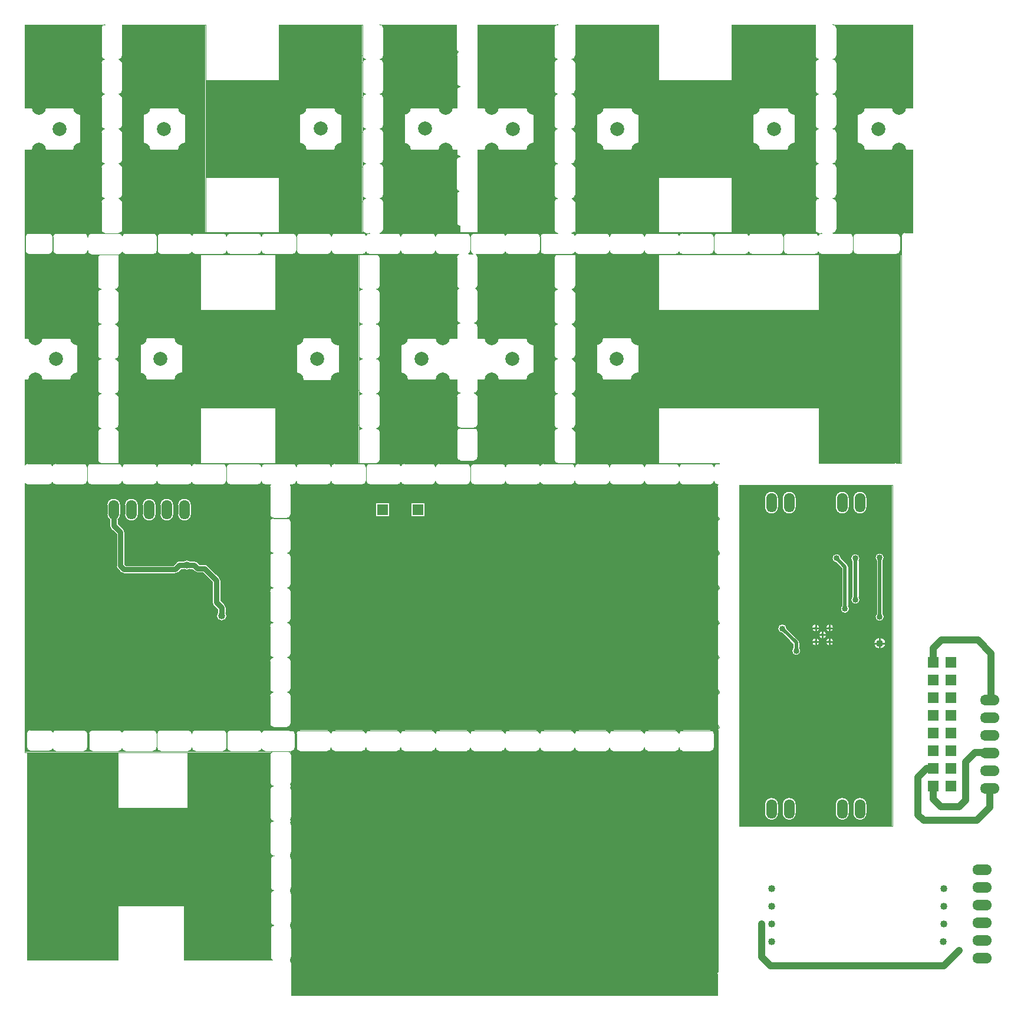
<source format=gbr>
G04 DesignSpark PCB Gerber Version 9.0 Build 5115 *
G04 #@! TF.Part,Single*
G04 #@! TF.FileFunction,Copper,L2,Bot *
G04 #@! TF.FilePolarity,Positive *
%FSLAX35Y35*%
%MOIN*%
G04 #@! TA.AperFunction,ComponentPad*
%ADD73O,0.06000X0.11000*%
%ADD80R,0.06000X0.06000*%
G04 #@! TD.AperFunction*
%ADD10C,0.00394*%
%ADD12C,0.01000*%
%ADD14C,0.01969*%
%ADD15C,0.02953*%
G04 #@! TA.AperFunction,ViaPad*
%ADD17C,0.03346*%
G04 #@! TD.AperFunction*
%ADD16C,0.03937*%
G04 #@! TA.AperFunction,ViaPad*
%ADD18C,0.04000*%
G04 #@! TA.AperFunction,ComponentPad*
%ADD26C,0.07874*%
%ADD82O,0.11000X0.06000*%
%ADD25C,0.17717*%
X0Y0D02*
D02*
D10*
X9969Y292323D02*
Y139961D01*
X149311*
G75*
G02X150717Y140551I1406J-1378*
G01*
X158591*
G75*
G02X159996Y139961J-1969*
G01*
X160756*
Y140748*
X145795*
G75*
G02X143925Y142102J1969*
G01*
G75*
G02X142055Y140748I-1870J615*
G01*
X126307*
G75*
G02X124339Y142717J1969*
G01*
Y150591*
G75*
G02X126307Y152559I1969*
G01*
X142055*
G75*
G02X143925Y151205J-1969*
G01*
G75*
G02X145795Y152559I1870J-615*
G01*
X160756*
Y291535*
X159969*
G75*
G02X160362Y290354I-1575J-1181*
G01*
Y274606*
G75*
G02X158394Y272638I-1969*
G01*
X150520*
G75*
G02X148551Y274606J1969*
G01*
Y290354*
G75*
G02X148945Y291535I1969*
G01*
X145795*
G75*
G02X143827Y293504J1969*
G01*
G75*
G02X141858Y291535I-1969*
G01*
X126110*
G75*
G02X124142Y293504J1969*
G01*
Y301378*
G75*
G02X126110Y303346I1969*
G01*
X141858*
G75*
G02X143827Y301378J-1969*
G01*
G75*
G02X145795Y303346I1969*
G01*
X160756*
Y303740*
X9969*
Y302559*
G75*
G02X11543Y303346I1575J-1181*
G01*
X23748*
G75*
G02X25618Y301993J-1969*
G01*
G75*
G02X27488Y303346I1870J-615*
G01*
X43236*
G75*
G02X45205Y301378J-1969*
G01*
Y293504*
G75*
G02X43236Y291535I-1969*
G01*
X27488*
G75*
G02X25618Y292889J1969*
G01*
G75*
G02X23748Y291535I-1870J615*
G01*
X11543*
G75*
G02X9969Y292323J1969*
G01*
X121976Y303346D02*
G75*
G02X123945Y301378J-1969D01*
G01*
Y293504*
G75*
G02X121976Y291535I-1969*
G01*
X106228*
G75*
G02X104358Y292889J1969*
G01*
G75*
G02X102488Y291535I-1870J615*
G01*
X86740*
G75*
G02X84772Y293504J1969*
G01*
G75*
G02X82803Y291535I-1969*
G01*
X67055*
G75*
G02X65087Y293504J1969*
G01*
G75*
G02X63118Y291535I-1969*
G01*
X47370*
G75*
G02X45402Y293504J1969*
G01*
Y301378*
G75*
G02X47370Y303346I1969*
G01*
X63118*
G75*
G02X65087Y301378J-1969*
G01*
G75*
G02X67055Y303346I1969*
G01*
X82803*
G75*
G02X84772Y301378J-1969*
G01*
G75*
G02X86740Y303346I1969*
G01*
X102488*
G75*
G02X104358Y301993J-1969*
G01*
G75*
G02X106228Y303346I1870J-615*
G01*
X121976*
X96496Y279823D02*
G75*
G02X104071I3787D01*
G01*
Y274823*
G75*
G02X96496I-3787*
G01*
Y279823*
X86496D02*
G75*
G02X94071I3787D01*
G01*
Y274823*
G75*
G02X86496I-3787*
G01*
Y279823*
X76496D02*
G75*
G02X84071I3787D01*
G01*
Y274823*
G75*
G02X76496I-3787*
G01*
Y279823*
X66496D02*
G75*
G02X74071I3787D01*
G01*
Y274823*
G75*
G02X66496I-3787*
G01*
Y279823*
X123580Y218949D02*
G75*
G02X124104Y217323I-2264J-1626D01*
G01*
G75*
G02X118529I-2787*
G01*
G75*
G02X119052Y218949I2787*
G01*
Y220982*
X116638Y223397*
G75*
G02X115972Y225000I1599J1603*
G01*
Y236464*
X110606Y241831*
X107606*
G75*
G02X106003Y242496J2264*
G01*
X104791Y243709*
X103248*
G75*
G02X99996I-1626J2264*
G01*
X98414*
X96611Y241906*
G75*
G02X95008Y241240I-1603J1599*
G01*
X66071*
G75*
G02X64470Y241903J2264*
G01*
X62504Y243869*
G75*
G02X61839Y245472I1599J1603*
G01*
Y263629*
X58685Y266783*
G75*
G02X58020Y268386I1599J1603*
G01*
Y271787*
G75*
G02X56496Y274823I2264J3036*
G01*
Y279823*
G75*
G02X64071I3787*
G01*
Y274823*
G75*
G02X62547Y271787I-3787*
G01*
Y269324*
X65701Y266170*
G75*
G02X66366Y264567I-1599J-1603*
G01*
Y246410*
X67009Y245768*
X94070*
X95873Y247571*
G75*
G02X97476Y248236I1603J-1599*
G01*
X99996*
G75*
G02X103248I1626J-2264*
G01*
X105728*
G75*
G02X107331Y247571J-2264*
G01*
X108544Y246358*
X111543*
G75*
G02X113146Y245693J-2264*
G01*
X119835Y239005*
G75*
G02X120500Y237402I-1599J-1603*
G01*
Y225938*
X122915Y223523*
G75*
G02X123580Y221920I-1599J-1603*
G01*
Y218949*
X122173Y152559D02*
G75*
G02X124142Y150591J-1969D01*
G01*
Y142717*
G75*
G02X122173Y140748I-1969*
G01*
X106425*
G75*
G02X104457Y142717J1969*
G01*
G75*
G02X102488Y140748I-1969*
G01*
X86740*
G75*
G02X84772Y142717J1969*
G01*
Y150591*
G75*
G02X86740Y152559I1969*
G01*
X102488*
G75*
G02X104457Y150591J-1969*
G01*
G75*
G02X106425Y152559I1969*
G01*
X122173*
X82606D02*
G75*
G02X84575Y150591J-1969D01*
G01*
Y142717*
G75*
G02X82606Y140748I-1969*
G01*
X66858*
G75*
G02X64988Y142102J1969*
G01*
G75*
G02X63118Y140748I-1870J615*
G01*
X48157*
G75*
G02X46189Y142717J1969*
G01*
Y150591*
G75*
G02X48157Y152559I1969*
G01*
X63118*
G75*
G02X64988Y151205J-1969*
G01*
G75*
G02X66858Y152559I1870J-615*
G01*
X82606*
X43433D02*
G75*
G02X45402Y150591J-1969D01*
G01*
Y142717*
G75*
G02X43433Y140748I-1969*
G01*
X27685*
G75*
G02X25783Y142209J1969*
G01*
G75*
G02X23945Y140945I-1838J704*
G01*
X13118*
G75*
G02X11150Y142913J1969*
G01*
Y150787*
G75*
G02X13118Y152756I1969*
G01*
X23945*
G75*
G02X25847Y151295J-1969*
G01*
G75*
G02X27685Y152559I1838J-704*
G01*
X43433*
X158394Y272441D02*
G75*
G02X160362Y270472J-1969D01*
G01*
Y254724*
G75*
G02X158394Y252756I-1969*
G01*
G75*
G02X160362Y250787J-1969*
G01*
Y235039*
G75*
G02X158394Y233071I-1969*
G01*
G75*
G02X160362Y231102J-1969*
G01*
Y215354*
G75*
G02X158394Y213386I-1969*
G01*
G75*
G02X160362Y211417J-1969*
G01*
Y195669*
G75*
G02X158394Y193701I-1969*
G01*
G75*
G02X160362Y191732J-1969*
G01*
Y175984*
G75*
G02X158394Y174016I-1969*
G01*
G75*
G02X160362Y172047J-1969*
G01*
Y156299*
G75*
G02X158394Y154331I-1969*
G01*
X150520*
G75*
G02X148551Y156299J1969*
G01*
Y172047*
G75*
G02X150520Y174016I1969*
G01*
G75*
G02X148551Y175984J1969*
G01*
Y191732*
G75*
G02X150520Y193701I1969*
G01*
G75*
G02X148551Y195669J1969*
G01*
Y211417*
G75*
G02X150520Y213386I1969*
G01*
G75*
G02X148551Y215354J1969*
G01*
Y231102*
G75*
G02X150520Y233071I1969*
G01*
G75*
G02X148551Y235039J1969*
G01*
Y250787*
G75*
G02X150520Y252756I1969*
G01*
G75*
G02X148551Y254724J1969*
G01*
Y270472*
G75*
G02X150520Y272441I1969*
G01*
X158394*
X10165Y146654D02*
G36*
Y140157D01*
X149535*
G75*
G02X150717Y140551I1181J-1574*
G01*
X158591*
G75*
G02X159772Y140157I1J-1967*
G01*
X160559*
Y140748*
X145795*
G75*
G02X143925Y142102J1969*
G01*
G75*
G02X142055Y140748I-1870J615*
G01*
X126307*
G75*
G02X124339Y142717J1969*
G01*
Y146654*
X124142*
Y142717*
G75*
G02X122173Y140748I-1969*
G01*
X106425*
G75*
G02X104457Y142717J1969*
G01*
G75*
G02X102488Y140748I-1969*
G01*
X86740*
G75*
G02X84772Y142717J1969*
G01*
Y146654*
X84575*
Y142717*
G75*
G02X82606Y140748I-1969*
G01*
X66858*
G75*
G02X64988Y142102J1969*
G01*
G75*
G02X63118Y140748I-1870J615*
G01*
X48157*
G75*
G02X46189Y142717J1969*
G01*
Y146654*
X45402*
Y142717*
G75*
G02X43433Y140748I-1969*
G01*
X27685*
G75*
G02X25783Y142209J1969*
G01*
G75*
G02X23945Y140945I-1838J704*
G01*
X13118*
G75*
G02X11150Y142913J1969*
G01*
Y146654*
X10165*
G37*
Y213386D02*
G36*
Y146654D01*
X11150*
Y150787*
G75*
G02X13118Y152756I1969*
G01*
X23945*
G75*
G02X25847Y151295J-1969*
G01*
G75*
G02X27685Y152559I1838J-704*
G01*
X43433*
G75*
G02X45402Y150591J-1969*
G01*
Y146654*
X46189*
Y150591*
G75*
G02X48157Y152559I1969*
G01*
X63118*
G75*
G02X64988Y151205J-1969*
G01*
G75*
G02X66858Y152559I1870J-615*
G01*
X82606*
G75*
G02X84575Y150591J-1969*
G01*
Y146654*
X84772*
Y150591*
G75*
G02X86740Y152559I1969*
G01*
X102488*
G75*
G02X104457Y150591J-1969*
G01*
G75*
G02X106425Y152559I1969*
G01*
X122173*
G75*
G02X124142Y150591J-1969*
G01*
Y146654*
X124339*
Y150591*
G75*
G02X126307Y152559I1969*
G01*
X142055*
G75*
G02X143925Y151205J-1969*
G01*
G75*
G02X145795Y152559I1870J-615*
G01*
X160559*
Y213386*
X158394*
G75*
G02X160362Y211417J-1969*
G01*
Y195669*
G75*
G02X158394Y193701I-1969*
G01*
G75*
G02X160362Y191732J-1969*
G01*
Y175984*
G75*
G02X158394Y174016I-1969*
G01*
G75*
G02X160362Y172047J-1969*
G01*
Y156299*
G75*
G02X158394Y154331I-1969*
G01*
X150520*
G75*
G02X148551Y156299J1969*
G01*
Y172047*
G75*
G02X150520Y174016I1969*
G01*
G75*
G02X148551Y175984J1969*
G01*
Y191732*
G75*
G02X150520Y193701I1969*
G01*
G75*
G02X148551Y195669J1969*
G01*
Y211417*
G75*
G02X150520Y213386I1969*
G01*
X10165*
G37*
Y277323D02*
G36*
Y213386D01*
X150520*
G75*
G02X148551Y215354J1969*
G01*
Y231102*
G75*
G02X150520Y233071I1969*
G01*
G75*
G02X148551Y235039J1969*
G01*
Y250787*
G75*
G02X150520Y252756I1969*
G01*
G75*
G02X148551Y254724J1969*
G01*
Y270472*
G75*
G02X150520Y272441I1969*
G01*
X158394*
G75*
G02X160362Y270472J-1969*
G01*
Y254724*
G75*
G02X158394Y252756I-1969*
G01*
G75*
G02X160362Y250787J-1969*
G01*
Y235039*
G75*
G02X158394Y233071I-1969*
G01*
G75*
G02X160362Y231102J-1969*
G01*
Y215354*
G75*
G02X158394Y213386I-1969*
G01*
X160559*
Y277323*
X160362*
Y274606*
G75*
G02X158394Y272638I-1969*
G01*
X150520*
G75*
G02X148551Y274606J1969*
G01*
Y277323*
X104071*
Y274823*
G75*
G02X96496I-3787*
G01*
Y277323*
X94071*
Y274823*
G75*
G02X86496I-3787*
G01*
Y277323*
X84071*
Y274823*
G75*
G02X76496I-3787*
G01*
Y277323*
X74071*
Y274823*
G75*
G02X66496I-3787*
G01*
Y277323*
X64071*
Y274823*
G75*
G02X62547Y271787I-3788J0*
G01*
Y269324*
X65701Y266170*
G75*
G02X66366Y264567I-1598J-1603*
G01*
Y264567*
Y246410*
X67009Y245768*
X94070*
X95873Y247571*
G75*
G02X97476Y248236I1603J-1598*
G01*
X99996*
G75*
G02X103248I1626J-2264*
G01*
X105728*
G75*
G02X107331Y247571I0J-2263*
G01*
X108544Y246358*
X111543*
G75*
G02X113146Y245693I0J-2263*
G01*
X119835Y239005*
G75*
G02X120500Y237402I-1598J-1603*
G01*
Y237402*
Y225938*
X122915Y223523*
G75*
G02X123580Y221920I-1598J-1603*
G01*
Y221920*
Y218949*
G75*
G02X124104Y217323I-2266J-1627*
G01*
G75*
G02X118529I-2787*
G01*
G75*
G02X119052Y218949I2790J-1*
G01*
Y220982*
X116638Y223397*
G75*
G02X115972Y225000I1598J1603*
G01*
Y225000*
Y236464*
X110606Y241831*
X107606*
G75*
G02X106003Y242496I0J2263*
G01*
X104791Y243709*
X103248*
G75*
G02X99996I-1626J2264*
G01*
X98414*
X96611Y241906*
G75*
G02X95008Y241240I-1603J1598*
G01*
X66071*
G75*
G02X64470Y241903I1J2267*
G01*
X62504Y243869*
G75*
G02X61839Y245472I1598J1603*
G01*
Y245472*
Y263629*
X58685Y266783*
G75*
G02X58020Y268385I1598J1603*
G01*
Y268386*
Y271787*
G75*
G02X56496Y274823I2265J3037*
G01*
Y277323*
X10165*
G37*
Y292098D02*
G36*
Y277323D01*
X56496*
Y279823*
G75*
G02X64071I3787*
G01*
Y277323*
X66496*
Y279823*
G75*
G02X74071I3787*
G01*
Y277323*
X76496*
Y279823*
G75*
G02X84071I3787*
G01*
Y277323*
X86496*
Y279823*
G75*
G02X94071I3787*
G01*
Y277323*
X96496*
Y279823*
G75*
G02X104071I3787*
G01*
Y277323*
X148551*
Y290354*
G75*
G02X148945Y291535I1972J-1*
G01*
X145795*
G75*
G02X143827Y293504J1969*
G01*
G75*
G02X141858Y291535I-1969*
G01*
X126110*
G75*
G02X124142Y293504J1969*
G01*
Y297441*
X123945*
Y293504*
G75*
G02X121976Y291535I-1969*
G01*
X106228*
G75*
G02X104358Y292889J1969*
G01*
G75*
G02X102488Y291535I-1870J615*
G01*
X86740*
G75*
G02X84772Y293504J1969*
G01*
G75*
G02X82803Y291535I-1969*
G01*
X67055*
G75*
G02X65087Y293504J1969*
G01*
G75*
G02X63118Y291535I-1969*
G01*
X47370*
G75*
G02X45402Y293504J1969*
G01*
Y297441*
X45205*
Y293504*
G75*
G02X43236Y291535I-1969*
G01*
X27488*
G75*
G02X25618Y292889J1969*
G01*
G75*
G02X23748Y291535I-1870J615*
G01*
X11543*
G75*
G02X10165Y292098J1969*
G01*
G37*
X160362Y290354D02*
G36*
Y277323D01*
X160559*
Y291535*
X159969*
G75*
G02X160362Y290354I-1578J-1182*
G01*
G37*
X10165Y303543D02*
G36*
Y302784D01*
G75*
G02X11543Y303346I1378J-1406*
G01*
X23748*
G75*
G02X25618Y301993J-1969*
G01*
G75*
G02X27488Y303346I1870J-615*
G01*
X43236*
G75*
G02X45205Y301378J-1969*
G01*
Y297441*
X45402*
Y301378*
G75*
G02X47370Y303346I1969*
G01*
X63118*
G75*
G02X65087Y301378J-1969*
G01*
G75*
G02X67055Y303346I1969*
G01*
X82803*
G75*
G02X84772Y301378J-1969*
G01*
G75*
G02X86740Y303346I1969*
G01*
X102488*
G75*
G02X104358Y301993J-1969*
G01*
G75*
G02X106228Y303346I1870J-615*
G01*
X121976*
G75*
G02X123945Y301378J-1969*
G01*
Y297441*
X124142*
Y301378*
G75*
G02X126110Y303346I1969*
G01*
X141858*
G75*
G02X143827Y301378J-1969*
G01*
G75*
G02X145795Y303346I1969*
G01*
X160559*
Y303543*
X10165*
G37*
X9969Y350787D02*
Y303543D01*
X53276*
G75*
G02X51307Y305512J1969*
G01*
Y321260*
G75*
G02X53276Y323228I1969*
G01*
G75*
G02X51307Y325197J1969*
G01*
Y340945*
G75*
G02X53276Y342913I1969*
G01*
G75*
G02X51307Y344882J1969*
G01*
Y360630*
G75*
G02X53276Y362598I1969*
G01*
G75*
G02X51307Y364567J1969*
G01*
Y380315*
G75*
G02X53276Y382283I1969*
G01*
G75*
G02X51307Y384252J1969*
G01*
Y400000*
G75*
G02X53276Y401969I1969*
G01*
G75*
G02X51307Y403937J1969*
G01*
Y419685*
G75*
G02X53276Y421654I1969*
G01*
X9969*
Y374409*
X39496*
Y350787*
X9969*
G36*
Y303543*
X53276*
G75*
G02X51307Y305512J1969*
G01*
Y321260*
G75*
G02X53276Y323228I1969*
G01*
G75*
G02X51307Y325197J1969*
G01*
Y340945*
G75*
G02X53276Y342913I1969*
G01*
G75*
G02X51307Y344882J1969*
G01*
Y360630*
G75*
G02X53276Y362598I1969*
G01*
G75*
G02X51307Y364567J1969*
G01*
Y380315*
G75*
G02X53276Y382283I1969*
G01*
G75*
G02X51307Y384252J1969*
G01*
Y400000*
G75*
G02X53276Y401969I1969*
G01*
G75*
G02X51307Y403937J1969*
G01*
Y419685*
G75*
G02X53276Y421654I1969*
G01*
X9969*
Y374409*
X39496*
Y350787*
X9969*
G37*
Y434449D02*
Y421457D01*
X254822*
G75*
G02X255370Y421850I1406J-1379*
G01*
X244220*
G75*
G02X242252Y423819J1969*
G01*
G75*
G02X240283Y421850I-1969*
G01*
X224535*
G75*
G02X222567Y423819J1969*
G01*
G75*
G02X220598Y421850I-1969*
G01*
X204850*
G75*
G02X202980Y423204J1969*
G01*
G75*
G02X201110Y421850I-1870J615*
G01*
X185362*
G75*
G02X183394Y423819J1969*
G01*
G75*
G02X181425Y421850I-1969*
G01*
X165677*
G75*
G02X163709Y423819J1969*
G01*
Y431693*
G75*
G02X165677Y433661I1969*
G01*
X181425*
G75*
G02X183394Y431693J-1969*
G01*
G75*
G02X185362Y433661I1969*
G01*
X201110*
G75*
G02X202980Y432307J-1969*
G01*
G75*
G02X204850Y433661I1870J-615*
G01*
X202882*
G75*
G02X201307Y434449J1969*
G01*
X64693*
G75*
G02X63118Y433661I-1575J1181*
G01*
X55244*
G75*
G02X53669Y434449J1969*
G01*
X9969*
X161543Y433661D02*
G75*
G02X163512Y431693J-1969D01*
G01*
Y423819*
G75*
G02X161543Y421850I-1969*
G01*
X145795*
G75*
G02X143827Y423819J1969*
G01*
G75*
G02X141858Y421850I-1969*
G01*
X126110*
G75*
G02X124142Y423819J1969*
G01*
G75*
G02X122173Y421850I-1969*
G01*
X106425*
G75*
G02X104555Y423204J1969*
G01*
G75*
G02X102685Y421850I-1870J615*
G01*
X86937*
G75*
G02X84969Y423819J1969*
G01*
Y431693*
G75*
G02X86937Y433661I1969*
G01*
X102685*
G75*
G02X104555Y432307J-1969*
G01*
G75*
G02X106425Y433661I1870J-615*
G01*
X122173*
G75*
G02X124142Y431693J-1969*
G01*
G75*
G02X126110Y433661I1969*
G01*
X141858*
G75*
G02X143827Y431693J-1969*
G01*
G75*
G02X145795Y433661I1969*
G01*
X161543*
X23748D02*
G75*
G02X25717Y431693J-1969D01*
G01*
Y423819*
G75*
G02X23748Y421850I-1969*
G01*
X12331*
G75*
G02X10362Y423819J1969*
G01*
Y431693*
G75*
G02X12331Y433661I1969*
G01*
X23748*
X82803D02*
G75*
G02X84772Y431693J-1969D01*
G01*
Y423819*
G75*
G02X82803Y421850I-1969*
G01*
X67055*
G75*
G02X65217Y423115J1969*
G01*
G75*
G02X63315Y421654I-1902J507*
G01*
X47567*
G75*
G02X45598Y423622J1969*
G01*
Y423819*
G75*
G02X43630Y421850I-1969*
G01*
X27882*
G75*
G02X25913Y423819J1969*
G01*
Y431693*
G75*
G02X27882Y433661I1969*
G01*
X43630*
G75*
G02X45598Y431693J-1969*
G01*
Y431496*
G75*
G02X47567Y433465I1969*
G01*
X63315*
G75*
G02X65153Y432200J-1969*
G01*
G75*
G02X67055Y433661I1902J-507*
G01*
X82803*
X10165Y427756D02*
G36*
Y421654D01*
X47567*
G75*
G02X45598Y423622J1969*
G01*
Y423819*
G75*
G02X43630Y421850I-1969*
G01*
X27882*
G75*
G02X25913Y423819J1969*
G01*
Y427756*
X25717*
Y423819*
G75*
G02X23748Y421850I-1969*
G01*
X12331*
G75*
G02X10362Y423819J1969*
G01*
Y427756*
X10165*
G37*
X65217Y423115D02*
G36*
G75*
G02X63315Y421654I-1902J507D01*
G01*
X255047*
G75*
G02X255174Y421741I1181J-1580*
G01*
Y421850*
X244220*
G75*
G02X242252Y423819J1969*
G01*
G75*
G02X240283Y421850I-1969*
G01*
X224535*
G75*
G02X222567Y423819J1969*
G01*
G75*
G02X220598Y421850I-1969*
G01*
X204850*
G75*
G02X202980Y423204J1969*
G01*
G75*
G02X201110Y421850I-1870J615*
G01*
X185362*
G75*
G02X183394Y423819J1969*
G01*
G75*
G02X181425Y421850I-1969*
G01*
X165677*
G75*
G02X163709Y423819J1969*
G01*
Y427756*
X163512*
Y423819*
G75*
G02X161543Y421850I-1969*
G01*
X145795*
G75*
G02X143827Y423819J1969*
G01*
G75*
G02X141858Y421850I-1969*
G01*
X126110*
G75*
G02X124142Y423819J1969*
G01*
G75*
G02X122173Y421850I-1969*
G01*
X106425*
G75*
G02X104555Y423204J1969*
G01*
G75*
G02X102685Y421850I-1870J615*
G01*
X86937*
G75*
G02X84969Y423819J1969*
G01*
Y427756*
X84772*
Y423819*
G75*
G02X82803Y421850I-1969*
G01*
X67055*
G75*
G02X65217Y423115J1969*
G01*
G37*
X10165Y434252D02*
G36*
Y427756D01*
X10362*
Y431693*
G75*
G02X12331Y433661I1969*
G01*
X23748*
G75*
G02X25717Y431693J-1969*
G01*
Y427756*
X25913*
Y431693*
G75*
G02X27882Y433661I1969*
G01*
X43630*
G75*
G02X45598Y431693J-1969*
G01*
Y431496*
G75*
G02X47567Y433465I1969*
G01*
X63315*
G75*
G02X65153Y432200J-1969*
G01*
G75*
G02X67055Y433661I1902J-507*
G01*
X82803*
G75*
G02X84772Y431693J-1969*
G01*
Y427756*
X84969*
Y431693*
G75*
G02X86937Y433661I1969*
G01*
X102685*
G75*
G02X104555Y432307J-1969*
G01*
G75*
G02X106425Y433661I1870J-615*
G01*
X122173*
G75*
G02X124142Y431693J-1969*
G01*
G75*
G02X126110Y433661I1969*
G01*
X141858*
G75*
G02X143827Y431693J-1969*
G01*
G75*
G02X145795Y433661I1969*
G01*
X161543*
G75*
G02X163512Y431693J-1969*
G01*
Y427756*
X163709*
Y431693*
G75*
G02X165677Y433661I1969*
G01*
X181425*
G75*
G02X183394Y431693J-1969*
G01*
G75*
G02X185362Y433661I1969*
G01*
X201110*
G75*
G02X202980Y432307J-1969*
G01*
G75*
G02X204850Y433661I1870J-615*
G01*
X202882*
G75*
G02X201476Y434252J1969*
G01*
X64524*
G75*
G02X63118Y433661I-1406J1379*
G01*
X55244*
G75*
G02X53838Y434252J1969*
G01*
X10165*
G37*
X9969Y480906D02*
Y433661D01*
X55244*
G75*
G02X53276Y435630J1969*
G01*
Y451378*
G75*
G02X55244Y453346I1969*
G01*
G75*
G02X53276Y455315J1969*
G01*
Y471063*
G75*
G02X55244Y473031I1969*
G01*
G75*
G02X53276Y475000J1969*
G01*
Y490748*
G75*
G02X55244Y492717I1969*
G01*
G75*
G02X53276Y494685J1969*
G01*
Y510433*
G75*
G02X55244Y512402I1969*
G01*
G75*
G02X53276Y514370J1969*
G01*
Y530118*
G75*
G02X55244Y532087I1969*
G01*
G75*
G02X53276Y534055J1969*
G01*
Y549803*
G75*
G02X55244Y551772I1969*
G01*
X9969*
Y504528*
X41465*
Y480906*
X9969*
G36*
Y433661*
X55244*
G75*
G02X53276Y435630J1969*
G01*
Y451378*
G75*
G02X55244Y453346I1969*
G01*
G75*
G02X53276Y455315J1969*
G01*
Y471063*
G75*
G02X55244Y473031I1969*
G01*
G75*
G02X53276Y475000J1969*
G01*
Y490748*
G75*
G02X55244Y492717I1969*
G01*
G75*
G02X53276Y494685J1969*
G01*
Y510433*
G75*
G02X55244Y512402I1969*
G01*
G75*
G02X53276Y514370J1969*
G01*
Y530118*
G75*
G02X55244Y532087I1969*
G01*
G75*
G02X53276Y534055J1969*
G01*
Y549803*
G75*
G02X55244Y551772I1969*
G01*
X9969*
Y504528*
X41465*
Y480906*
X9969*
G37*
X11346Y139961D02*
Y22638D01*
X62528*
Y53346*
X99929*
Y22638*
X150056*
G75*
G02X148945Y24409I858J1772*
G01*
Y40157*
G75*
G02X150913Y42126I1969*
G01*
G75*
G02X148945Y44094J1969*
G01*
Y59843*
G75*
G02X150913Y61811I1969*
G01*
G75*
G02X148945Y63780J1969*
G01*
Y79528*
G75*
G02X150913Y81496I1969*
G01*
X150717*
G75*
G02X148748Y83465J1969*
G01*
Y99213*
G75*
G02X150717Y101181I1969*
G01*
G75*
G02X148748Y103150J1969*
G01*
Y118898*
G75*
G02X150717Y120866I1969*
G01*
G75*
G02X148748Y122835J1969*
G01*
Y138583*
G75*
G02X149311Y139961I1969*
G01*
X101898*
Y108465*
X62528*
Y139961*
X11346*
G36*
Y22638*
X62528*
Y53346*
X99929*
Y22638*
X150056*
G75*
G02X148945Y24409I858J1772*
G01*
Y40157*
G75*
G02X150913Y42126I1969*
G01*
G75*
G02X148945Y44094J1969*
G01*
Y59843*
G75*
G02X150913Y61811I1969*
G01*
G75*
G02X148945Y63780J1969*
G01*
Y79528*
G75*
G02X150913Y81496I1969*
G01*
X150717*
G75*
G02X148748Y83465J1969*
G01*
Y99213*
G75*
G02X150717Y101181I1969*
G01*
G75*
G02X148748Y103150J1969*
G01*
Y118898*
G75*
G02X150717Y120866I1969*
G01*
G75*
G02X148748Y122835J1969*
G01*
Y138583*
G75*
G02X149311Y139961I1969*
G01*
X101898*
Y108465*
X62528*
Y139961*
X11346*
G37*
X61150Y323228D02*
G75*
G02X63118Y321260J-1969D01*
G01*
Y325197*
G75*
G02X61150Y323228I-1969*
G01*
G36*
G75*
G02X63118Y321260J-1969*
G01*
Y325197*
G75*
G02X61150Y323228I-1969*
G01*
G37*
Y342913D02*
G75*
G02X63118Y340945J-1969D01*
G01*
Y344882*
G75*
G02X61150Y342913I-1969*
G01*
G36*
G75*
G02X63118Y340945J-1969*
G01*
Y344882*
G75*
G02X61150Y342913I-1969*
G01*
G37*
Y362598D02*
G75*
G02X63118Y360630J-1969D01*
G01*
Y364567*
G75*
G02X61150Y362598I-1969*
G01*
G36*
G75*
G02X63118Y360630J-1969*
G01*
Y364567*
G75*
G02X61150Y362598I-1969*
G01*
G37*
Y382283D02*
G75*
G02X63118Y380315J-1969D01*
G01*
Y384252*
G75*
G02X61150Y382283I-1969*
G01*
G36*
G75*
G02X63118Y380315J-1969*
G01*
Y384252*
G75*
G02X61150Y382283I-1969*
G01*
G37*
Y401969D02*
G75*
G02X63118Y400000J-1969D01*
G01*
Y403937*
G75*
G02X61150Y401969I-1969*
G01*
G36*
G75*
G02X63118Y400000J-1969*
G01*
Y403937*
G75*
G02X61150Y401969I-1969*
G01*
G37*
X63118Y453346D02*
G75*
G02X65087Y451378J-1969D01*
G01*
Y455315*
G75*
G02X63118Y453346I-1969*
G01*
G36*
G75*
G02X65087Y451378J-1969*
G01*
Y455315*
G75*
G02X63118Y453346I-1969*
G01*
G37*
Y473031D02*
G75*
G02X65087Y471063J-1969D01*
G01*
Y475000*
G75*
G02X63118Y473031I-1969*
G01*
G36*
G75*
G02X65087Y471063J-1969*
G01*
Y475000*
G75*
G02X63118Y473031I-1969*
G01*
G37*
Y492717D02*
G75*
G02X65087Y490748J-1969D01*
G01*
Y494685*
G75*
G02X63118Y492717I-1969*
G01*
G36*
G75*
G02X65087Y490748J-1969*
G01*
Y494685*
G75*
G02X63118Y492717I-1969*
G01*
G37*
Y512402D02*
G75*
G02X65087Y510433J-1969D01*
G01*
Y514370*
G75*
G02X63118Y512402I-1969*
G01*
G36*
G75*
G02X65087Y510433J-1969*
G01*
Y514370*
G75*
G02X63118Y512402I-1969*
G01*
G37*
Y532087D02*
G75*
G02X65087Y530118J-1969D01*
G01*
Y534055*
G75*
G02X63118Y532087I-1969*
G01*
G36*
G75*
G02X65087Y530118J-1969*
G01*
Y534055*
G75*
G02X63118Y532087I-1969*
G01*
G37*
X64890Y551772D02*
Y433661D01*
X112331*
Y551772*
X64890*
X76898Y504528D02*
X100520D01*
Y480906*
X76898*
Y504528*
X65087Y492717D02*
G36*
Y433858D01*
X112134*
Y492717*
X100520*
Y480906*
X76898*
Y492717*
X65087*
G37*
Y551575D02*
G36*
Y492717D01*
X76898*
Y504528*
X100520*
Y492717*
X112134*
Y551575*
X65087*
G37*
X151701Y390157D02*
X109181D01*
Y421654*
X63118*
Y303543*
X109181*
Y335039*
X151701*
Y390157*
X75323Y374606D02*
X98945D01*
Y350984*
X75323*
Y374606*
X63315Y362795D02*
G36*
Y303740D01*
X109181*
Y335039*
X151504*
Y362795*
X98945*
Y350984*
X75323*
Y362795*
X63315*
G37*
Y421457D02*
G36*
Y362795D01*
X75323*
Y374606*
X98945*
Y362795*
X151504*
Y390157*
X109181*
Y421457*
X63315*
G37*
X151701Y421654D02*
Y303543D01*
X198945*
Y421654*
X151701*
X163906Y374606D02*
X187528D01*
Y350984*
X187134*
Y350591*
X163512*
Y374213*
X163906*
Y374606*
X151898Y362598D02*
G36*
Y303740D01*
X198748*
Y362598*
X187528*
Y350984*
X187134*
Y350591*
X163512*
Y362598*
X151898*
G37*
Y421457D02*
G36*
Y362598D01*
X163512*
Y374213*
X163906*
Y374606*
X187528*
Y362598*
X198748*
Y421457*
X151898*
G37*
X153669Y465157D02*
Y433661D01*
X200913*
Y551772*
X153669*
Y520276*
X112528*
Y465157*
X153669*
X165480Y504528D02*
X189102D01*
Y480906*
X165480*
Y504528*
X112724Y492717D02*
G36*
Y465157D01*
X153669*
Y433858*
X200717*
Y492717*
X189102*
Y480906*
X165480*
Y492717*
X112724*
G37*
Y520276D02*
G36*
Y492717D01*
X165480*
Y504528*
X189102*
Y492717*
X200717*
Y551575*
X153669*
Y520276*
X112724*
G37*
X159575Y154724D02*
Y152362D01*
X401701*
G75*
G02X402488Y153937I1969*
G01*
Y154724*
G75*
G02X401701Y156299I1181J1575*
G01*
Y172047*
G75*
G02X402488Y173622I1969*
G01*
Y174606*
G75*
G02X401701Y176181I1181J1575*
G01*
Y191929*
G75*
G02X402488Y193504I1969*
G01*
Y194094*
G75*
G02X401701Y195669I1181J1575*
G01*
Y211417*
G75*
G02X402488Y212992I1969*
G01*
Y213780*
G75*
G02X401701Y215354I1181J1575*
G01*
Y231102*
G75*
G02X402488Y232677I1969*
G01*
Y233465*
G75*
G02X401701Y235039I1181J1575*
G01*
Y250787*
G75*
G02X402488Y252362I1969*
G01*
Y253150*
G75*
G02X401701Y254724I1181J1575*
G01*
Y270472*
G75*
G02X402488Y272047I1969*
G01*
Y272705*
G75*
G02X401504Y274409I984J1705*
G01*
Y290157*
G75*
G02X402067Y291535I1969*
G01*
X401701*
G75*
G02X399732Y293504J1969*
G01*
G75*
G02X397764Y291535I-1969*
G01*
X382016*
G75*
G02X380047Y293504J1969*
G01*
G75*
G02X378079Y291535I-1969*
G01*
X362331*
G75*
G02X360362Y293504J1969*
G01*
G75*
G02X358394Y291535I-1969*
G01*
X342646*
G75*
G02X340677Y293504J1969*
G01*
G75*
G02X338709Y291535I-1969*
G01*
X322961*
G75*
G02X320992Y293504J1969*
G01*
G75*
G02X319024Y291535I-1969*
G01*
X303276*
G75*
G02X301406Y292889J1969*
G01*
G75*
G02X299535Y291535I-1870J615*
G01*
X283787*
G75*
G02X281819Y293504J1969*
G01*
G75*
G02X279850Y291535I-1969*
G01*
X264102*
G75*
G02X262134Y293504J1969*
G01*
Y301378*
G75*
G02X264102Y303346I1969*
G01*
X279850*
G75*
G02X281819Y301378J-1969*
G01*
G75*
G02X283787Y303346I1969*
G01*
X299535*
G75*
G02X301406Y301993J-1969*
G01*
G75*
G02X303276Y303346I1870J-615*
G01*
X319024*
G75*
G02X320992Y301378J-1969*
G01*
G75*
G02X322961Y303346I1969*
G01*
X338709*
G75*
G02X340677Y301378J-1969*
G01*
G75*
G02X342646Y303346I1969*
G01*
X358394*
G75*
G02X360362Y301378J-1969*
G01*
G75*
G02X362331Y303346I1969*
G01*
X378079*
G75*
G02X380047Y301378J-1969*
G01*
G75*
G02X382016Y303346I1969*
G01*
X397764*
G75*
G02X399732Y301378J-1969*
G01*
G75*
G02X401701Y303346I1969*
G01*
X402488*
Y303740*
X159575*
Y303346*
X161543*
G75*
G02X163512Y301378J-1969*
G01*
G75*
G02X165480Y303346I1969*
G01*
X181228*
G75*
G02X183197Y301378J-1969*
G01*
G75*
G02X185165Y303346I1969*
G01*
X200913*
G75*
G02X202882Y301378J-1969*
G01*
Y293504*
G75*
G02X200913Y291535I-1969*
G01*
X185165*
G75*
G02X183197Y293504J1969*
G01*
G75*
G02X181228Y291535I-1969*
G01*
X165480*
G75*
G02X163512Y293504J1969*
G01*
G75*
G02X161543Y291535I-1969*
G01*
X159969*
G75*
G02X160362Y290354I-1575J-1181*
G01*
Y274606*
G75*
G02X159575Y273031I-1969*
G01*
Y272047*
G75*
G02X160362Y270472I-1181J-1575*
G01*
Y254724*
G75*
G02X159575Y253150I-1969*
G01*
Y252362*
G75*
G02X160362Y250787I-1181J-1575*
G01*
Y235039*
G75*
G02X159575Y233465I-1969*
G01*
Y232677*
G75*
G02X160362Y231102I-1181J-1575*
G01*
Y215354*
G75*
G02X159575Y213780I-1969*
G01*
Y212992*
G75*
G02X160362Y211417I-1181J-1575*
G01*
Y195669*
G75*
G02X159575Y194094I-1969*
G01*
Y193307*
G75*
G02X160362Y191732I-1181J-1575*
G01*
Y175984*
G75*
G02X159575Y174409I-1969*
G01*
Y173622*
G75*
G02X160362Y172047I-1181J-1575*
G01*
Y156299*
G75*
G02X159575Y154724I-1969*
G01*
X259969Y303346D02*
G75*
G02X261937Y301378J-1969D01*
G01*
Y293504*
G75*
G02X259969Y291535I-1969*
G01*
X244220*
G75*
G02X242252Y293504J1969*
G01*
G75*
G02X240283Y291535I-1969*
G01*
X224535*
G75*
G02X222665Y292889J1969*
G01*
G75*
G02X220795Y291535I-1870J615*
G01*
X205047*
G75*
G02X203079Y293504J1969*
G01*
Y301378*
G75*
G02X205047Y303346I1969*
G01*
X220795*
G75*
G02X222665Y301993J-1969*
G01*
G75*
G02X224535Y303346I1870J-615*
G01*
X240283*
G75*
G02X242252Y301378J-1969*
G01*
G75*
G02X244220Y303346I1969*
G01*
X259969*
X228425Y281228D02*
X236000D01*
Y273654*
X228425*
Y281228*
X208425D02*
X216000D01*
Y273654*
X208425*
Y281228*
X159772Y154893D02*
G36*
Y152559D01*
X401711*
G75*
G02X402291Y153768I1959J-197*
G01*
Y154893*
G75*
G02X401701Y156299I1379J1406*
G01*
Y172047*
G75*
G02X402291Y173453I1969*
G01*
Y174775*
G75*
G02X401701Y176181I1379J1406*
G01*
Y191929*
G75*
G02X402291Y193335I1969*
G01*
Y194263*
G75*
G02X401701Y195669I1379J1406*
G01*
Y211417*
G75*
G02X402291Y212823I1969*
G01*
Y213948*
G75*
G02X401701Y215354I1379J1406*
G01*
Y231102*
G75*
G02X402291Y232508I1969*
G01*
Y233633*
G75*
G02X401701Y235039I1379J1406*
G01*
Y250787*
G75*
G02X402291Y252193I1969*
G01*
Y253319*
G75*
G02X401701Y254724I1379J1406*
G01*
Y270472*
G75*
G02X402291Y271878I1969*
G01*
Y272835*
G75*
G02X401504Y274409I1181J1575*
G01*
Y277441*
X236000*
Y273654*
X228425*
Y277441*
X216000*
Y273654*
X208425*
Y277441*
X160362*
Y274606*
G75*
G02X159772Y273200I-1969*
G01*
Y271878*
G75*
G02X160362Y270472I-1379J-1406*
G01*
Y254724*
G75*
G02X159772Y253319I-1969*
G01*
Y252193*
G75*
G02X160362Y250787I-1379J-1406*
G01*
Y235039*
G75*
G02X159772Y233633I-1969*
G01*
Y232508*
G75*
G02X160362Y231102I-1379J-1406*
G01*
Y215354*
G75*
G02X159772Y213948I-1969*
G01*
Y212823*
G75*
G02X160362Y211417I-1379J-1406*
G01*
Y195669*
G75*
G02X159772Y194263I-1969*
G01*
Y193138*
G75*
G02X160362Y191732I-1379J-1406*
G01*
Y175984*
G75*
G02X159772Y174578I-1969*
G01*
Y173453*
G75*
G02X160362Y172047I-1379J-1406*
G01*
Y156299*
G75*
G02X159772Y154893I-1969*
G01*
G37*
X160362Y290354D02*
G36*
Y277441D01*
X208425*
Y281228*
X216000*
Y277441*
X228425*
Y281228*
X236000*
Y277441*
X401504*
Y290157*
G75*
G02X402067Y291535I1969*
G01*
X401701*
G75*
G02X399732Y293504J1969*
G01*
G75*
G02X397764Y291535I-1969*
G01*
X382016*
G75*
G02X380047Y293504J1969*
G01*
G75*
G02X378079Y291535I-1969*
G01*
X362331*
G75*
G02X360362Y293504J1969*
G01*
G75*
G02X358394Y291535I-1969*
G01*
X342646*
G75*
G02X340677Y293504J1969*
G01*
G75*
G02X338709Y291535I-1969*
G01*
X322961*
G75*
G02X320992Y293504J1969*
G01*
G75*
G02X319024Y291535I-1969*
G01*
X303276*
G75*
G02X301406Y292889J1969*
G01*
G75*
G02X299535Y291535I-1870J615*
G01*
X283787*
G75*
G02X281819Y293504J1969*
G01*
G75*
G02X279850Y291535I-1969*
G01*
X264102*
G75*
G02X262134Y293504J1969*
G01*
Y297441*
X261937*
Y293504*
G75*
G02X259969Y291535I-1969*
G01*
X244220*
G75*
G02X242252Y293504J1969*
G01*
G75*
G02X240283Y291535I-1969*
G01*
X224535*
G75*
G02X222665Y292889J1969*
G01*
G75*
G02X220795Y291535I-1870J615*
G01*
X205047*
G75*
G02X203079Y293504J1969*
G01*
Y297441*
X202882*
Y293504*
G75*
G02X200913Y291535I-1969*
G01*
X185165*
G75*
G02X183197Y293504J1969*
G01*
G75*
G02X181228Y291535I-1969*
G01*
X165480*
G75*
G02X163512Y293504J1969*
G01*
G75*
G02X161543Y291535I-1969*
G01*
X159969*
G75*
G02X160362Y290354I-1578J-1182*
G01*
G37*
X159772Y303543D02*
G36*
Y303346D01*
X161543*
G75*
G02X163512Y301378J-1969*
G01*
G75*
G02X165480Y303346I1969*
G01*
X181228*
G75*
G02X183197Y301378J-1969*
G01*
G75*
G02X185165Y303346I1969*
G01*
X200913*
G75*
G02X202882Y301378J-1969*
G01*
Y297441*
X203079*
Y301378*
G75*
G02X205047Y303346I1969*
G01*
X220795*
G75*
G02X222665Y301993J-1969*
G01*
G75*
G02X224535Y303346I1870J-615*
G01*
X240283*
G75*
G02X242252Y301378J-1969*
G01*
G75*
G02X244220Y303346I1969*
G01*
X259969*
G75*
G02X261937Y301378J-1969*
G01*
Y297441*
X262134*
Y301378*
G75*
G02X264102Y303346I1969*
G01*
X279850*
G75*
G02X281819Y301378J-1969*
G01*
G75*
G02X283787Y303346I1969*
G01*
X299535*
G75*
G02X301406Y301993J-1969*
G01*
G75*
G02X303276Y303346I1870J-615*
G01*
X319024*
G75*
G02X320992Y301378J-1969*
G01*
G75*
G02X322961Y303346I1969*
G01*
X338709*
G75*
G02X340677Y301378J-1969*
G01*
G75*
G02X342646Y303346I1969*
G01*
X358394*
G75*
G02X360362Y301378J-1969*
G01*
G75*
G02X362331Y303346I1969*
G01*
X378079*
G75*
G02X380047Y301378J-1969*
G01*
G75*
G02X382016Y303346I1969*
G01*
X397764*
G75*
G02X399732Y301378J-1969*
G01*
G75*
G02X401701Y303346I1969*
G01*
X402291*
Y303543*
X159772*
G37*
X160131Y22971D02*
X160131Y22108D01*
G75*
G02X160756Y20669I-1344J-1439*
G01*
Y2559*
X401504*
Y14764*
G75*
G02X401898Y15945I1969*
G01*
Y152559*
X397764*
G75*
G02X399732Y150591J-1969*
G01*
Y142717*
G75*
G02X397764Y140748I-1969*
G01*
X382016*
G75*
G02X380047Y142717J1969*
G01*
G75*
G02X378079Y140748I-1969*
G01*
X362331*
G75*
G02X360362Y142717J1969*
G01*
G75*
G02X358394Y140748I-1969*
G01*
X342646*
G75*
G02X340677Y142717J1969*
G01*
G75*
G02X338709Y140748I-1969*
G01*
X322961*
G75*
G02X320992Y142717J1969*
G01*
G75*
G02X319024Y140748I-1969*
G01*
X303276*
G75*
G02X301307Y142717J1969*
G01*
G75*
G02X299339Y140748I-1969*
G01*
X283591*
G75*
G02X281622Y142717J1969*
G01*
G75*
G02X279654Y140748I-1969*
G01*
X263906*
G75*
G02X261937Y142717J1969*
G01*
G75*
G02X259969Y140748I-1969*
G01*
X244220*
G75*
G02X242252Y142717J1969*
G01*
G75*
G02X240283Y140748I-1969*
G01*
X224535*
G75*
G02X222567Y142717J1969*
G01*
G75*
G02X220598Y140748I-1969*
G01*
X204850*
G75*
G02X202882Y142717J1969*
G01*
G75*
G02X200913Y140748I-1969*
G01*
X185165*
G75*
G02X183197Y142717J1969*
G01*
G75*
G02X181228Y140748I-1969*
G01*
X165480*
G75*
G02X163512Y142717J1969*
G01*
Y150591*
G75*
G02X165480Y152559I1969*
G01*
X160756*
G75*
G02X162724Y150591J-1969*
G01*
Y142717*
G75*
G02X160756Y140748I-1969*
G01*
X160162*
X160162Y139768*
G75*
G02X160559Y138583I-1571J-1186*
G01*
Y122835*
G75*
G02X160157Y121643I-1969J0*
G01*
X160157Y120090*
G75*
G02X160559Y118898I-1567J-1193*
G01*
Y103150*
G75*
G02X160152Y101951I-1969J0*
G01*
X160152Y100412*
G75*
G02X160559Y99213I-1561J-1199*
G01*
Y83465*
G75*
G02X160147Y82259I-1969J0*
G01*
X160146Y80952*
G75*
G02X160756Y79528I-1359J-1424*
G01*
Y63780*
G75*
G02X160142Y62351I-1969*
G01*
X160141Y61271*
G75*
G02X160756Y59843I-1354J-1429*
G01*
Y44094*
G75*
G02X160137Y42661I-1969*
G01*
X160136Y41591*
G75*
G02X160756Y40157I-1349J-1434*
G01*
Y24409*
G75*
G02X160131Y22971I-1969*
G01*
G36*
X160131Y22108*
G75*
G02X160756Y20669I-1344J-1439*
G01*
Y2559*
X401504*
Y14764*
G75*
G02X401898Y15945I1969*
G01*
Y152559*
X397764*
G75*
G02X399732Y150591J-1969*
G01*
Y142717*
G75*
G02X397764Y140748I-1969*
G01*
X382016*
G75*
G02X380047Y142717J1969*
G01*
G75*
G02X378079Y140748I-1969*
G01*
X362331*
G75*
G02X360362Y142717J1969*
G01*
G75*
G02X358394Y140748I-1969*
G01*
X342646*
G75*
G02X340677Y142717J1969*
G01*
G75*
G02X338709Y140748I-1969*
G01*
X322961*
G75*
G02X320992Y142717J1969*
G01*
G75*
G02X319024Y140748I-1969*
G01*
X303276*
G75*
G02X301307Y142717J1969*
G01*
G75*
G02X299339Y140748I-1969*
G01*
X283591*
G75*
G02X281622Y142717J1969*
G01*
G75*
G02X279654Y140748I-1969*
G01*
X263906*
G75*
G02X261937Y142717J1969*
G01*
G75*
G02X259969Y140748I-1969*
G01*
X244220*
G75*
G02X242252Y142717J1969*
G01*
G75*
G02X240283Y140748I-1969*
G01*
X224535*
G75*
G02X222567Y142717J1969*
G01*
G75*
G02X220598Y140748I-1969*
G01*
X204850*
G75*
G02X202882Y142717J1969*
G01*
G75*
G02X200913Y140748I-1969*
G01*
X185165*
G75*
G02X183197Y142717J1969*
G01*
G75*
G02X181228Y140748I-1969*
G01*
X165480*
G75*
G02X163512Y142717J1969*
G01*
Y150591*
G75*
G02X165480Y152559I1969*
G01*
X160756*
G75*
G02X162724Y150591J-1969*
G01*
Y142717*
G75*
G02X160756Y140748I-1969*
G01*
X160162*
X160162Y139768*
G75*
G02X160559Y138583I-1571J-1186*
G01*
Y122835*
G75*
G02X160157Y121643I-1969J0*
G01*
X160157Y120090*
G75*
G02X160559Y118898I-1567J-1193*
G01*
Y103150*
G75*
G02X160152Y101951I-1969J0*
G01*
X160152Y100412*
G75*
G02X160559Y99213I-1561J-1199*
G01*
Y83465*
G75*
G02X160147Y82259I-1969J0*
G01*
X160146Y80952*
G75*
G02X160756Y79528I-1359J-1424*
G01*
Y63780*
G75*
G02X160142Y62351I-1969*
G01*
X160141Y61271*
G75*
G02X160756Y59843I-1354J-1429*
G01*
Y44094*
G75*
G02X160137Y42661I-1969*
G01*
X160136Y41591*
G75*
G02X160756Y40157I-1349J-1434*
G01*
Y24409*
G75*
G02X160131Y22971I-1969*
G01*
G37*
X181228Y152559D02*
G75*
G02X183197Y150591J-1969D01*
G01*
G75*
G02X185165Y152559I1969*
G01*
X181228*
G36*
G75*
G02X183197Y150591J-1969*
G01*
G75*
G02X185165Y152559I1969*
G01*
X181228*
G37*
X198945Y325197D02*
Y321260D01*
G75*
G02X200913Y323228I1969*
G01*
G75*
G02X198945Y325197J1969*
G01*
G36*
Y321260*
G75*
G02X200913Y323228I1969*
G01*
G75*
G02X198945Y325197J1969*
G01*
G37*
Y344882D02*
Y340945D01*
G75*
G02X200913Y342913I1969*
G01*
G75*
G02X198945Y344882J1969*
G01*
G36*
Y340945*
G75*
G02X200913Y342913I1969*
G01*
G75*
G02X198945Y344882J1969*
G01*
G37*
Y364567D02*
Y360630D01*
G75*
G02X200913Y362598I1969*
G01*
G75*
G02X198945Y364567J1969*
G01*
G36*
Y360630*
G75*
G02X200913Y362598I1969*
G01*
G75*
G02X198945Y364567J1969*
G01*
G37*
Y384252D02*
Y380315D01*
G75*
G02X200913Y382283I1969*
G01*
G75*
G02X198945Y384252J1969*
G01*
G36*
Y380315*
G75*
G02X200913Y382283I1969*
G01*
G75*
G02X198945Y384252J1969*
G01*
G37*
Y403937D02*
Y400000D01*
G75*
G02X200913Y401969I1969*
G01*
G75*
G02X198945Y403937J1969*
G01*
G36*
Y400000*
G75*
G02X200913Y401969I1969*
G01*
G75*
G02X198945Y403937J1969*
G01*
G37*
X200913Y152559D02*
G75*
G02X202882Y150591J-1969D01*
G01*
G75*
G02X204850Y152559I1969*
G01*
X200913*
G36*
G75*
G02X202882Y150591J-1969*
G01*
G75*
G02X204850Y152559I1969*
G01*
X200913*
G37*
Y455315D02*
Y451378D01*
G75*
G02X202882Y453346I1969*
G01*
G75*
G02X200913Y455315J1969*
G01*
G36*
Y451378*
G75*
G02X202882Y453346I1969*
G01*
G75*
G02X200913Y455315J1969*
G01*
G37*
Y475000D02*
Y471063D01*
G75*
G02X202882Y473031I1969*
G01*
G75*
G02X200913Y475000J1969*
G01*
G36*
Y471063*
G75*
G02X202882Y473031I1969*
G01*
G75*
G02X200913Y475000J1969*
G01*
G37*
Y494685D02*
Y490748D01*
G75*
G02X202882Y492717I1969*
G01*
G75*
G02X200913Y494685J1969*
G01*
G36*
Y490748*
G75*
G02X202882Y492717I1969*
G01*
G75*
G02X200913Y494685J1969*
G01*
G37*
Y514370D02*
Y510433D01*
G75*
G02X202882Y512402I1969*
G01*
G75*
G02X200913Y514370J1969*
G01*
G36*
Y510433*
G75*
G02X202882Y512402I1969*
G01*
G75*
G02X200913Y514370J1969*
G01*
G37*
Y534055D02*
Y530118D01*
G75*
G02X202882Y532087I1969*
G01*
G75*
G02X200913Y534055J1969*
G01*
G36*
Y530118*
G75*
G02X202882Y532087I1969*
G01*
G75*
G02X200913Y534055J1969*
G01*
G37*
X210756Y305512D02*
G75*
G02X208787Y303543I-1969D01*
G01*
X266268*
Y350787*
X266071*
Y345276*
G75*
G02X264102Y343307I-1969*
G01*
G75*
G02X266071Y341339J-1969*
G01*
Y325591*
G75*
G02X264102Y323622I-1969*
G01*
X256228*
G75*
G02X254260Y325591J1969*
G01*
Y341339*
G75*
G02X256228Y343307I1969*
G01*
G75*
G02X254260Y345276J1969*
G01*
Y350787*
X222567*
Y374409*
X254260*
Y380906*
G75*
G02X256228Y382874I1969*
G01*
G75*
G02X254260Y384843J1969*
G01*
Y400591*
G75*
G02X255614Y402461I1969*
G01*
G75*
G02X254260Y404331I615J1870*
G01*
Y420079*
G75*
G02X255047Y421654I1969*
G01*
X208787*
G75*
G02X210756Y419685J-1969*
G01*
Y403937*
G75*
G02X208787Y401969I-1969*
G01*
G75*
G02X210756Y400000J-1969*
G01*
Y384252*
G75*
G02X208787Y382283I-1969*
G01*
G75*
G02X210756Y380315J-1969*
G01*
Y364567*
G75*
G02X208787Y362598I-1969*
G01*
G75*
G02X210756Y360630J-1969*
G01*
Y344882*
G75*
G02X208787Y342913I-1969*
G01*
G75*
G02X210756Y340945J-1969*
G01*
Y325197*
G75*
G02X208787Y323228I-1969*
G01*
G75*
G02X210756Y321260J-1969*
G01*
Y305512*
X264102Y323425D02*
G75*
G02X266071Y321457J-1969D01*
G01*
Y307087*
G75*
G02X264102Y305118I-1969*
G01*
X256228*
G75*
G02X254260Y307087J1969*
G01*
Y321457*
G75*
G02X256228Y323425I1969*
G01*
X264102*
X210756Y305512D02*
G36*
G75*
G02X209645Y303740I-1969D01*
G01*
X266071*
Y307087*
G75*
G02X264102Y305118I-1969*
G01*
X256228*
G75*
G02X254260Y307087J1969*
G01*
Y314272*
X210756*
Y305512*
G37*
X208984Y323238D02*
G36*
Y323219D01*
G75*
G02X210756Y321260I-197J-1959*
G01*
Y314272*
X254260*
Y321457*
G75*
G02X256228Y323425I1969*
G01*
X264102*
G75*
G02X266071Y321457J-1969*
G01*
Y325591*
G75*
G02X264102Y323622I-1969*
G01*
X256228*
G75*
G02X254260Y325591J1969*
G01*
Y341339*
G75*
G02X256228Y343307I1969*
G01*
G75*
G02X254260Y345276J1969*
G01*
Y350787*
X222567*
Y374409*
X254260*
Y380906*
G75*
G02X256228Y382874I1969*
G01*
G75*
G02X254260Y384843J1969*
G01*
Y400591*
G75*
G02X255614Y402461I1969*
G01*
G75*
G02X254260Y404331I615J1870*
G01*
Y420079*
G75*
G02X254822Y421457I1969*
G01*
X209645*
G75*
G02X210756Y419685I-858J-1772*
G01*
Y403937*
G75*
G02X208984Y401978I-1969*
G01*
Y401959*
G75*
G02X210756Y400000I-197J-1959*
G01*
Y384252*
G75*
G02X208984Y382293I-1969*
G01*
Y382274*
G75*
G02X210756Y380315I-197J-1959*
G01*
Y364567*
G75*
G02X208984Y362608I-1969*
G01*
Y362589*
G75*
G02X210756Y360630I-197J-1959*
G01*
Y344882*
G75*
G02X208984Y342923I-1969*
G01*
Y342904*
G75*
G02X210756Y340945I-197J-1959*
G01*
Y325197*
G75*
G02X208984Y323238I-1969*
G01*
G37*
X264102Y343307D02*
G36*
G75*
G02X266071Y341339J-1969D01*
G01*
Y345276*
G75*
G02X264102Y343307I-1969*
G01*
G37*
X212331Y434449D02*
G75*
G02X210756Y433661I-1575J1181D01*
G01*
X220598*
G75*
G02X222567Y431693J-1969*
G01*
G75*
G02X224535Y433661I1969*
G01*
X240283*
G75*
G02X242252Y431693J-1969*
G01*
G75*
G02X244220Y433661I1969*
G01*
X259969*
G75*
G02X261937Y431693J-1969*
G01*
Y423819*
G75*
G02X260826Y422047I-1969*
G01*
X263244*
G75*
G02X262134Y423819I858J1772*
G01*
Y431693*
G75*
G02X264102Y433661I1969*
G01*
X279850*
G75*
G02X281720Y432307J-1969*
G01*
G75*
G02X283591Y433661I1870J-615*
G01*
X299339*
G75*
G02X301307Y431693J-1969*
G01*
Y423819*
G75*
G02X299339Y421850I-1969*
G01*
X283591*
G75*
G02X281720Y423204J1969*
G01*
G75*
G02X279850Y421850I-1870J615*
G01*
X264960*
G75*
G02X265508Y421457I-858J-1772*
G01*
X505638*
Y432087*
G75*
G02X506425Y433661I1969*
G01*
Y434449*
X468433*
G75*
G02X466858Y433661I-1575J1181*
G01*
X476307*
G75*
G02X478276Y431693J-1969*
G01*
Y423819*
G75*
G02X476307Y421850I-1969*
G01*
X460559*
G75*
G02X458689Y423204J1969*
G01*
G75*
G02X456819Y421850I-1870J615*
G01*
X441071*
G75*
G02X439102Y423819J1969*
G01*
Y431693*
G75*
G02X441071Y433661I1969*
G01*
X456819*
G75*
G02X458689Y432307J-1969*
G01*
G75*
G02X460559Y433661I1870J-615*
G01*
X458984*
G75*
G02X457409Y434449J1969*
G01*
X320795*
G75*
G02X319220Y433661I-1575J1181*
G01*
G75*
G02X321091Y432307J-1969*
G01*
G75*
G02X322961Y433661I1870J-615*
G01*
X338709*
G75*
G02X340677Y431693J-1969*
G01*
G75*
G02X342646Y433661I1969*
G01*
X358394*
G75*
G02X360362Y431693J-1969*
G01*
G75*
G02X362331Y433661I1969*
G01*
X378079*
G75*
G02X379949Y432307J-1969*
G01*
G75*
G02X381819Y433661I1870J-615*
G01*
X397567*
G75*
G02X399535Y431693J-1969*
G01*
Y423819*
G75*
G02X397567Y421850I-1969*
G01*
X381819*
G75*
G02X379949Y423204J1969*
G01*
G75*
G02X378079Y421850I-1870J615*
G01*
X362331*
G75*
G02X360362Y423819J1969*
G01*
G75*
G02X358394Y421850I-1969*
G01*
X342646*
G75*
G02X340677Y423819J1969*
G01*
G75*
G02X338709Y421850I-1969*
G01*
X322961*
G75*
G02X321091Y423204J1969*
G01*
G75*
G02X319220Y421850I-1870J615*
G01*
X303472*
G75*
G02X301504Y423819J1969*
G01*
Y431693*
G75*
G02X303472Y433661I1969*
G01*
X311346*
G75*
G02X309772Y434449J1969*
G01*
X212331*
X502882Y433661D02*
G75*
G02X504850Y431693J-1969D01*
G01*
Y423819*
G75*
G02X502882Y421850I-1969*
G01*
X480441*
G75*
G02X478472Y423819J1969*
G01*
Y431693*
G75*
G02X480441Y433661I1969*
G01*
X502882*
X436937D02*
G75*
G02X438906Y431693J-1969D01*
G01*
Y423819*
G75*
G02X436937Y421850I-1969*
G01*
X421189*
G75*
G02X419319Y423204J1969*
G01*
G75*
G02X417449Y421850I-1870J615*
G01*
X401701*
G75*
G02X399732Y423819J1969*
G01*
Y431693*
G75*
G02X401701Y433661I1969*
G01*
X417449*
G75*
G02X419319Y432307J-1969*
G01*
G75*
G02X421189Y433661I1870J-615*
G01*
X436937*
X261937Y423819D02*
G36*
G75*
G02X260826Y422047I-1970J1D01*
G01*
X263244*
G75*
G02X262134Y423819I858J1772*
G01*
Y427756*
X261937*
Y423819*
G37*
X264960Y421850D02*
G36*
G75*
G02X265283Y421654I-860J-1776D01*
G01*
X505638*
Y427756*
X504850*
Y423819*
G75*
G02X502882Y421850I-1969*
G01*
X480441*
G75*
G02X478472Y423819J1969*
G01*
Y427756*
X478276*
Y423819*
G75*
G02X476307Y421850I-1969*
G01*
X460559*
G75*
G02X458689Y423204J1969*
G01*
G75*
G02X456819Y421850I-1870J615*
G01*
X441071*
G75*
G02X439102Y423819J1969*
G01*
Y427756*
X438906*
Y423819*
G75*
G02X436937Y421850I-1969*
G01*
X421189*
G75*
G02X419319Y423204J1969*
G01*
G75*
G02X417449Y421850I-1870J615*
G01*
X401701*
G75*
G02X399732Y423819J1969*
G01*
Y427756*
X399535*
Y423819*
G75*
G02X397567Y421850I-1969*
G01*
X381819*
G75*
G02X379949Y423204J1969*
G01*
G75*
G02X378079Y421850I-1870J615*
G01*
X362331*
G75*
G02X360362Y423819J1969*
G01*
G75*
G02X358394Y421850I-1969*
G01*
X342646*
G75*
G02X340677Y423819J1969*
G01*
G75*
G02X338709Y421850I-1969*
G01*
X322961*
G75*
G02X321091Y423204J1969*
G01*
G75*
G02X319220Y421850I-1870J615*
G01*
X303472*
G75*
G02X301504Y423819J1969*
G01*
Y427756*
X301307*
Y423819*
G75*
G02X299339Y421850I-1969*
G01*
X283591*
G75*
G02X281720Y423204J1969*
G01*
G75*
G02X279850Y421850I-1870J615*
G01*
X264960*
G37*
X210953Y433671D02*
G36*
Y433661D01*
X220598*
G75*
G02X222567Y431693J-1969*
G01*
G75*
G02X224535Y433661I1969*
G01*
X240283*
G75*
G02X242252Y431693J-1969*
G01*
G75*
G02X244220Y433661I1969*
G01*
X259969*
G75*
G02X261937Y431693J-1969*
G01*
Y427756*
X262134*
Y431693*
G75*
G02X264102Y433661I1969*
G01*
X279850*
G75*
G02X281720Y432307J-1969*
G01*
G75*
G02X283591Y433661I1870J-615*
G01*
X299339*
G75*
G02X301307Y431693J-1969*
G01*
Y427756*
X301504*
Y431693*
G75*
G02X303472Y433661I1969*
G01*
X311346*
G75*
G02X309941Y434252J1969*
G01*
X212162*
G75*
G02X210953Y433671I-1406J1379*
G01*
G37*
X320626Y434252D02*
G36*
G75*
G02X319220Y433661I-1406J1379D01*
G01*
G75*
G02X321091Y432307J-1969*
G01*
G75*
G02X322961Y433661I1870J-615*
G01*
X338709*
G75*
G02X340677Y431693J-1969*
G01*
G75*
G02X342646Y433661I1969*
G01*
X358394*
G75*
G02X360362Y431693J-1969*
G01*
G75*
G02X362331Y433661I1969*
G01*
X378079*
G75*
G02X379949Y432307J-1969*
G01*
G75*
G02X381819Y433661I1870J-615*
G01*
X397567*
G75*
G02X399535Y431693J-1969*
G01*
Y427756*
X399732*
Y431693*
G75*
G02X401701Y433661I1969*
G01*
X417449*
G75*
G02X419319Y432307J-1969*
G01*
G75*
G02X421189Y433661I1870J-615*
G01*
X436937*
G75*
G02X438906Y431693J-1969*
G01*
Y427756*
X439102*
Y431693*
G75*
G02X441071Y433661I1969*
G01*
X456819*
G75*
G02X458689Y432307J-1969*
G01*
G75*
G02X460559Y433661I1870J-615*
G01*
X458984*
G75*
G02X457578Y434252J1969*
G01*
X320626*
G37*
X468264D02*
G36*
G75*
G02X466858Y433661I-1406J1379D01*
G01*
X476307*
G75*
G02X478276Y431693J-1969*
G01*
Y427756*
X478472*
Y431693*
G75*
G02X480441Y433661I1969*
G01*
X502882*
G75*
G02X504850Y431693J-1969*
G01*
Y427756*
X505638*
Y432087*
G75*
G02X506228Y433493I1969*
G01*
Y434252*
X468264*
G37*
X212724Y435630D02*
G75*
G02X210756Y433661I-1969D01*
G01*
X256031*
Y437805*
G75*
G02X254260Y439764I197J1959*
G01*
Y455512*
G75*
G02X255524Y457350I1969*
G01*
G75*
G02X254063Y459252I507J1902*
G01*
Y475000*
G75*
G02X256031Y476969I1969*
G01*
Y477175*
G75*
G02X254260Y479134I197J1959*
G01*
Y480906*
X224535*
Y504528*
X254260*
Y514567*
G75*
G02X256031Y516526I1969*
G01*
Y516742*
G75*
G02X254260Y518701I197J1959*
G01*
Y534449*
G75*
G02X255279Y536173I1969*
G01*
G75*
G02X254063Y537992I753J1819*
G01*
Y551772*
X210756*
G75*
G02X212724Y549803J-1969*
G01*
Y534055*
G75*
G02X210756Y532087I-1969*
G01*
G75*
G02X212724Y530118J-1969*
G01*
Y514370*
G75*
G02X210756Y512402I-1969*
G01*
G75*
G02X212724Y510433J-1969*
G01*
Y494685*
G75*
G02X210756Y492717I-1969*
G01*
G75*
G02X212724Y490748J-1969*
G01*
Y475000*
G75*
G02X210756Y473031I-1969*
G01*
G75*
G02X212724Y471063J-1969*
G01*
Y455315*
G75*
G02X210756Y453346I-1969*
G01*
G75*
G02X212724Y451378J-1969*
G01*
Y435630*
G36*
G75*
G02X210756Y433661I-1969*
G01*
X256031*
Y437805*
G75*
G02X254260Y439764I197J1959*
G01*
Y455512*
G75*
G02X255524Y457350I1969*
G01*
G75*
G02X254063Y459252I507J1902*
G01*
Y475000*
G75*
G02X256031Y476969I1969*
G01*
Y477175*
G75*
G02X254260Y479134I197J1959*
G01*
Y480906*
X224535*
Y504528*
X254260*
Y514567*
G75*
G02X256031Y516526I1969*
G01*
Y516742*
G75*
G02X254260Y518701I197J1959*
G01*
Y534449*
G75*
G02X255279Y536173I1969*
G01*
G75*
G02X254063Y537992I753J1819*
G01*
Y551772*
X210756*
G75*
G02X212724Y549803J-1969*
G01*
Y534055*
G75*
G02X210756Y532087I-1969*
G01*
G75*
G02X212724Y530118J-1969*
G01*
Y514370*
G75*
G02X210756Y512402I-1969*
G01*
G75*
G02X212724Y510433J-1969*
G01*
Y494685*
G75*
G02X210756Y492717I-1969*
G01*
G75*
G02X212724Y490748J-1969*
G01*
Y475000*
G75*
G02X210756Y473031I-1969*
G01*
G75*
G02X212724Y471063J-1969*
G01*
Y455315*
G75*
G02X210756Y453346I-1969*
G01*
G75*
G02X212724Y451378J-1969*
G01*
Y435630*
G37*
X220598Y152559D02*
G75*
G02X222567Y150591J-1969D01*
G01*
G75*
G02X224535Y152559I1969*
G01*
X220598*
G36*
G75*
G02X222567Y150591J-1969*
G01*
G75*
G02X224535Y152559I1969*
G01*
X220598*
G37*
X240283D02*
G75*
G02X242252Y150591J-1969D01*
G01*
G75*
G02X244220Y152559I1969*
G01*
X240283*
G36*
G75*
G02X242252Y150591J-1969*
G01*
G75*
G02X244220Y152559I1969*
G01*
X240283*
G37*
X259969D02*
G75*
G02X261937Y150591J-1969D01*
G01*
G75*
G02X263906Y152559I1969*
G01*
X259969*
G36*
G75*
G02X261937Y150591J-1969*
G01*
G75*
G02X263906Y152559I1969*
G01*
X259969*
G37*
X266071Y350787D02*
Y303543D01*
X311346*
G75*
G02X309378Y305512J1969*
G01*
Y321260*
G75*
G02X311346Y323228I1969*
G01*
G75*
G02X309378Y325197J1969*
G01*
Y340945*
G75*
G02X311346Y342913I1969*
G01*
G75*
G02X309378Y344882J1969*
G01*
Y360630*
G75*
G02X311346Y362598I1969*
G01*
G75*
G02X309378Y364567J1969*
G01*
Y380315*
G75*
G02X311346Y382283I1969*
G01*
G75*
G02X309378Y384252J1969*
G01*
Y400000*
G75*
G02X311346Y401969I1969*
G01*
G75*
G02X309378Y403937J1969*
G01*
Y419685*
G75*
G02X311346Y421654I1969*
G01*
X266071*
Y374409*
X297567*
Y350787*
X266071*
G36*
Y303543*
X311346*
G75*
G02X309378Y305512J1969*
G01*
Y321260*
G75*
G02X311346Y323228I1969*
G01*
G75*
G02X309378Y325197J1969*
G01*
Y340945*
G75*
G02X311346Y342913I1969*
G01*
G75*
G02X309378Y344882J1969*
G01*
Y360630*
G75*
G02X311346Y362598I1969*
G01*
G75*
G02X309378Y364567J1969*
G01*
Y380315*
G75*
G02X311346Y382283I1969*
G01*
G75*
G02X309378Y384252J1969*
G01*
Y400000*
G75*
G02X311346Y401969I1969*
G01*
G75*
G02X309378Y403937J1969*
G01*
Y419685*
G75*
G02X311346Y421654I1969*
G01*
X266071*
Y374409*
X297567*
Y350787*
X266071*
G37*
Y380906D02*
Y374409D01*
X266268*
Y421654*
X265283*
G75*
G02X266071Y420079I-1181J-1575*
G01*
Y404331*
G75*
G02X264717Y402461I-1969*
G01*
G75*
G02X266071Y400591I-615J-1870*
G01*
Y384843*
G75*
G02X264102Y382874I-1969*
G01*
G75*
G02X266071Y380906J-1969*
G01*
G36*
Y374409*
X266268*
Y421654*
X265283*
G75*
G02X266071Y420079I-1181J-1575*
G01*
Y404331*
G75*
G02X264717Y402461I-1969*
G01*
G75*
G02X266071Y400591I-615J-1870*
G01*
Y384843*
G75*
G02X264102Y382874I-1969*
G01*
G75*
G02X266071Y380906J-1969*
G01*
G37*
Y480906D02*
Y433661D01*
X311346*
G75*
G02X309378Y435630J1969*
G01*
Y451378*
G75*
G02X311346Y453346I1969*
G01*
G75*
G02X309378Y455315J1969*
G01*
Y471063*
G75*
G02X311346Y473031I1969*
G01*
G75*
G02X309378Y475000J1969*
G01*
Y490748*
G75*
G02X311346Y492717I1969*
G01*
G75*
G02X309378Y494685J1969*
G01*
Y510433*
G75*
G02X311346Y512402I1969*
G01*
G75*
G02X309378Y514370J1969*
G01*
Y530118*
G75*
G02X311346Y532087I1969*
G01*
G75*
G02X309378Y534055J1969*
G01*
Y549803*
G75*
G02X311346Y551772I1969*
G01*
X266071*
Y504528*
X297567*
Y480906*
X266071*
G36*
Y433661*
X311346*
G75*
G02X309378Y435630J1969*
G01*
Y451378*
G75*
G02X311346Y453346I1969*
G01*
G75*
G02X309378Y455315J1969*
G01*
Y471063*
G75*
G02X311346Y473031I1969*
G01*
G75*
G02X309378Y475000J1969*
G01*
Y490748*
G75*
G02X311346Y492717I1969*
G01*
G75*
G02X309378Y494685J1969*
G01*
Y510433*
G75*
G02X311346Y512402I1969*
G01*
G75*
G02X309378Y514370J1969*
G01*
Y530118*
G75*
G02X311346Y532087I1969*
G01*
G75*
G02X309378Y534055J1969*
G01*
Y549803*
G75*
G02X311346Y551772I1969*
G01*
X266071*
Y504528*
X297567*
Y480906*
X266071*
G37*
X279654Y152559D02*
G75*
G02X281622Y150591J-1969D01*
G01*
G75*
G02X283591Y152559I1969*
G01*
X279654*
G36*
G75*
G02X281622Y150591J-1969*
G01*
G75*
G02X283591Y152559I1969*
G01*
X279654*
G37*
X299339D02*
G75*
G02X301307Y150591J-1969D01*
G01*
G75*
G02X303276Y152559I1969*
G01*
X299339*
G36*
G75*
G02X301307Y150591J-1969*
G01*
G75*
G02X303276Y152559I1969*
G01*
X299339*
G37*
X319024D02*
G75*
G02X320992Y150591J-1969D01*
G01*
G75*
G02X322961Y152559I1969*
G01*
X319024*
G36*
G75*
G02X320992Y150591J-1969*
G01*
G75*
G02X322961Y152559I1969*
G01*
X319024*
G37*
X319220Y323228D02*
G75*
G02X321189Y321260J-1969D01*
G01*
Y325197*
G75*
G02X319220Y323228I-1969*
G01*
G36*
G75*
G02X321189Y321260J-1969*
G01*
Y325197*
G75*
G02X319220Y323228I-1969*
G01*
G37*
Y342913D02*
G75*
G02X321189Y340945J-1969D01*
G01*
Y344882*
G75*
G02X319220Y342913I-1969*
G01*
G36*
G75*
G02X321189Y340945J-1969*
G01*
Y344882*
G75*
G02X319220Y342913I-1969*
G01*
G37*
Y362598D02*
G75*
G02X321189Y360630J-1969D01*
G01*
Y364567*
G75*
G02X319220Y362598I-1969*
G01*
G36*
G75*
G02X321189Y360630J-1969*
G01*
Y364567*
G75*
G02X319220Y362598I-1969*
G01*
G37*
Y382283D02*
G75*
G02X321189Y380315J-1969D01*
G01*
Y384252*
G75*
G02X319220Y382283I-1969*
G01*
G36*
G75*
G02X321189Y380315J-1969*
G01*
Y384252*
G75*
G02X319220Y382283I-1969*
G01*
G37*
Y401969D02*
G75*
G02X321189Y400000J-1969D01*
G01*
Y403937*
G75*
G02X319220Y401969I-1969*
G01*
G36*
G75*
G02X321189Y400000J-1969*
G01*
Y403937*
G75*
G02X319220Y401969I-1969*
G01*
G37*
Y453346D02*
G75*
G02X321189Y451378J-1969D01*
G01*
Y455315*
G75*
G02X319220Y453346I-1969*
G01*
G36*
G75*
G02X321189Y451378J-1969*
G01*
Y455315*
G75*
G02X319220Y453346I-1969*
G01*
G37*
Y473031D02*
G75*
G02X321189Y471063J-1969D01*
G01*
Y475000*
G75*
G02X319220Y473031I-1969*
G01*
G36*
G75*
G02X321189Y471063J-1969*
G01*
Y475000*
G75*
G02X319220Y473031I-1969*
G01*
G37*
Y492717D02*
G75*
G02X321189Y490748J-1969D01*
G01*
Y494685*
G75*
G02X319220Y492717I-1969*
G01*
G36*
G75*
G02X321189Y490748J-1969*
G01*
Y494685*
G75*
G02X319220Y492717I-1969*
G01*
G37*
Y512402D02*
G75*
G02X321189Y510433J-1969D01*
G01*
Y514370*
G75*
G02X319220Y512402I-1969*
G01*
G36*
G75*
G02X321189Y510433J-1969*
G01*
Y514370*
G75*
G02X319220Y512402I-1969*
G01*
G37*
Y532087D02*
G75*
G02X321189Y530118J-1969D01*
G01*
Y534055*
G75*
G02X319220Y532087I-1969*
G01*
G36*
G75*
G02X321189Y530118J-1969*
G01*
Y534055*
G75*
G02X319220Y532087I-1969*
G01*
G37*
X321189Y551772D02*
Y433661D01*
X368433*
Y551772*
X321189*
X333197Y504528D02*
X356819D01*
Y480906*
X333197*
Y504528*
X321386Y492717D02*
G36*
Y433858D01*
X368236*
Y492717*
X356819*
Y480906*
X333197*
Y492717*
X321386*
G37*
Y551575D02*
G36*
Y492717D01*
X333197*
Y504528*
X356819*
Y492717*
X368236*
Y551575*
X321386*
G37*
X338709Y152559D02*
G75*
G02X340677Y150591J-1969D01*
G01*
G75*
G02X342646Y152559I1969*
G01*
X338709*
G36*
G75*
G02X340677Y150591J-1969*
G01*
G75*
G02X342646Y152559I1969*
G01*
X338709*
G37*
X358394D02*
G75*
G02X360362Y150591J-1969D01*
G01*
G75*
G02X362331Y152559I1969*
G01*
X358394*
G36*
G75*
G02X360362Y150591J-1969*
G01*
G75*
G02X362331Y152559I1969*
G01*
X358394*
G37*
X378079D02*
G75*
G02X380047Y150591J-1969D01*
G01*
G75*
G02X382016Y152559I1969*
G01*
X378079*
G36*
G75*
G02X380047Y150591J-1969*
G01*
G75*
G02X382016Y152559I1969*
G01*
X378079*
G37*
X409772Y465157D02*
Y433661D01*
X457016*
Y551772*
X409772*
Y520276*
X368433*
Y465157*
X409772*
X421780Y504528D02*
X445402D01*
Y480906*
X421780*
Y504528*
X368630Y492717D02*
G36*
Y465157D01*
X409772*
Y433858*
X456819*
Y492717*
X445402*
Y480906*
X421780*
Y492717*
X368630*
G37*
Y520276D02*
G36*
Y492717D01*
X421780*
Y504528*
X445402*
Y492717*
X456819*
Y551575*
X409772*
Y520276*
X368630*
G37*
X413906Y291142D02*
Y98228D01*
X500520*
Y291142*
X413906*
X428425Y110571D02*
G75*
G02X436000I3787D01*
G01*
Y105571*
G75*
G02X428425I-3787*
G01*
Y110571*
Y283799D02*
G75*
G02X436000I3787D01*
G01*
Y278799*
G75*
G02X428425I-3787*
G01*
Y283799*
X447961Y199148D02*
G75*
G02X448650Y197441I-1772J-1707D01*
G01*
G75*
G02X443728I-2461*
G01*
G75*
G02X444417Y199148I2461*
G01*
Y201431*
X438270Y207579*
G75*
G02X435854Y210039I45J2460*
G01*
G75*
G02X440775Y210085I2461*
G01*
X447441Y203419*
G75*
G02X447961Y202165I-1252J-1254*
G01*
Y199148*
X438425Y110571D02*
G75*
G02X446000I3787D01*
G01*
Y105571*
G75*
G02X438425I-3787*
G01*
Y110571*
Y283799D02*
G75*
G02X446000I3787D01*
G01*
Y278799*
G75*
G02X438425I-3787*
G01*
Y283799*
X455031Y202559D02*
G75*
G02X459394I2181D01*
G01*
G75*
G02X455031I-2181*
G01*
Y210433D02*
G75*
G02X459394I2181D01*
G01*
G75*
G02X455031I-2181*
G01*
X458969Y206496D02*
G75*
G02X463331I2181D01*
G01*
G75*
G02X458969I-2181*
G01*
X462906Y202559D02*
G75*
G02X467268I2181D01*
G01*
G75*
G02X462906I-2181*
G01*
Y210433D02*
G75*
G02X467268I2181D01*
G01*
G75*
G02X462906I-2181*
G01*
X475520Y222967D02*
G75*
G02X476209Y221260I-1772J-1707D01*
G01*
G75*
G02X471287I-2461*
G01*
G75*
G02X471976Y222967I2461*
G01*
Y244345*
X468978Y247343*
G75*
G02X466563Y249803I45J2460*
G01*
G75*
G02X471484Y249848I2461*
G01*
X475000Y246332*
G75*
G02X475520Y245079I-1252J-1254*
G01*
Y222967*
X468425Y110571D02*
G75*
G02X476000I3787D01*
G01*
Y105571*
G75*
G02X468425I-3787*
G01*
Y110571*
Y283799D02*
G75*
G02X476000I3787D01*
G01*
Y278799*
G75*
G02X468425I-3787*
G01*
Y283799*
X481583Y227906D02*
G75*
G02X482114Y226378I-1929J-1528D01*
G01*
G75*
G02X477193I-2461*
G01*
G75*
G02X477724Y227906I2461*
G01*
Y248181*
G75*
G02X477114Y249803I1850J1622*
G01*
G75*
G02X482035I2461*
G01*
G75*
G02X481583Y248381I-2461*
G01*
Y227906*
X478425Y110571D02*
G75*
G02X486000I3787D01*
G01*
Y105571*
G75*
G02X478425I-3787*
G01*
Y110571*
Y283799D02*
G75*
G02X486000I3787D01*
G01*
Y278799*
G75*
G02X478425I-3787*
G01*
Y283799*
X490236Y201772D02*
G75*
G02X496630I3197D01*
G01*
G75*
G02X490236I-3197*
G01*
X490894Y250197D02*
G75*
G02X495815I2461D01*
G01*
G75*
G02X495126Y248489I-2461*
G01*
Y218440*
G75*
G02X495815Y216732I-1772J-1707*
G01*
G75*
G02X490894I-2461*
G01*
G75*
G02X491583Y218440I2461*
G01*
Y248489*
G75*
G02X490894Y250197I1772J1707*
G01*
X414102Y108071D02*
G36*
Y98425D01*
X500323*
Y108071*
X486000*
Y105571*
G75*
G02X478425I-3787*
G01*
Y108071*
X476000*
Y105571*
G75*
G02X468425I-3787*
G01*
Y108071*
X446000*
Y105571*
G75*
G02X438425I-3787*
G01*
Y108071*
X436000*
Y105571*
G75*
G02X428425I-3787*
G01*
Y108071*
X414102*
G37*
Y203740D02*
G36*
Y108071D01*
X428425*
Y110571*
G75*
G02X436000I3787*
G01*
Y108071*
X438425*
Y110571*
G75*
G02X446000I3787*
G01*
Y108071*
X468425*
Y110571*
G75*
G02X476000I3787*
G01*
Y108071*
X478425*
Y110571*
G75*
G02X486000I3787*
G01*
Y108071*
X500323*
Y203740*
X495952*
G75*
G02X496630Y201772I-2519J-1969*
G01*
G75*
G02X490236I-3197*
G01*
G75*
G02X490914Y203740I3197*
G01*
X466920*
G75*
G02X467268Y202559I-1833J-1181*
G01*
G75*
G02X462906I-2181*
G01*
G75*
G02X463253Y203740I2181J0*
G01*
X459046*
G75*
G02X459394Y202559I-1833J-1181*
G01*
G75*
G02X455031I-2181*
G01*
G75*
G02X455379Y203740I2181J0*
G01*
X447120*
X447441Y203419*
G75*
G02X447961Y202165I-1252J-1254*
G01*
Y199148*
G75*
G02X448650Y197441I-1772J-1708*
G01*
G75*
G02X443728I-2461*
G01*
G75*
G02X444417Y199148I2461J0*
G01*
Y201431*
X442109Y203740*
X414102*
G37*
Y206496D02*
G36*
Y203740D01*
X442109*
X439353Y206496*
X414102*
G37*
X444364D02*
G36*
X447120Y203740D01*
X455379*
G75*
G02X459046I1833J-1181*
G01*
X463253*
G75*
G02X466920I1833J-1181*
G01*
X490914*
G75*
G02X495952I2519J-1969*
G01*
X500323*
Y206496*
X463331*
G75*
G02X458969I-2181*
G01*
X444364*
G37*
X414102Y210433D02*
G36*
Y206496D01*
X439353*
X438270Y207579*
G75*
G02X435854Y210039I45J2460*
G01*
Y210039*
G75*
G02X435886Y210433I2461J1*
G01*
X414102*
G37*
X440744D02*
G36*
G75*
G02X440775Y210085I-2429J-393D01*
G01*
X444364Y206496*
X458969*
G75*
G02X463331I2181*
G01*
X500323*
Y210433*
X467268*
G75*
G02X462906I-2181*
G01*
X459394*
G75*
G02X455031I-2181*
G01*
X440744*
G37*
X414102Y235531D02*
G36*
Y210433D01*
X435886*
G75*
G02X440744I2429J-394*
G01*
X455031*
G75*
G02X459394I2181*
G01*
X462906*
G75*
G02X467268I2181*
G01*
X500323*
Y235531*
X495126*
Y218440*
G75*
G02X495815Y216732I-1772J-1708*
G01*
G75*
G02X490894I-2461*
G01*
G75*
G02X491583Y218440I2461J0*
G01*
Y235531*
X481583*
Y227906*
G75*
G02X482114Y226378I-1928J-1527*
G01*
Y226378*
G75*
G02X477193I-2461*
G01*
Y226378*
G75*
G02X477724Y227906I2460*
G01*
Y235531*
X475520*
Y222967*
G75*
G02X476209Y221260I-1772J-1708*
G01*
G75*
G02X471287I-2461*
G01*
G75*
G02X471976Y222967I2461J0*
G01*
Y235531*
X414102*
G37*
Y281299D02*
G36*
Y235531D01*
X471976*
Y244345*
X468978Y247343*
G75*
G02X466563Y249803I45J2460*
G01*
Y249803*
G75*
G02X471484Y249848I2461*
G01*
X475000Y246332*
G75*
G02X475520Y245079I-1252J-1254*
G01*
Y235531*
X477724*
Y248181*
G75*
G02X477114Y249802I1849J1621*
G01*
G75*
G02Y249803I3007J0*
G01*
G75*
G02X482035I2461*
G01*
G75*
G02Y249802I-2506J0*
G01*
G75*
G02X481583Y248381I-2457*
G01*
Y235531*
X491583*
Y248489*
G75*
G02X490894Y250197I1772J1708*
G01*
G75*
G02X495815I2461*
G01*
G75*
G02X495126Y248489I-2461J0*
G01*
Y235531*
X500323*
Y281299*
X486000*
Y278799*
G75*
G02X478425I-3787*
G01*
Y281299*
X476000*
Y278799*
G75*
G02X468425I-3787*
G01*
Y281299*
X446000*
Y278799*
G75*
G02X438425I-3787*
G01*
Y281299*
X436000*
Y278799*
G75*
G02X428425I-3787*
G01*
Y281299*
X414102*
G37*
Y290945D02*
G36*
Y281299D01*
X428425*
Y283799*
G75*
G02X436000I3787*
G01*
Y281299*
X438425*
Y283799*
G75*
G02X446000I3787*
G01*
Y281299*
X468425*
Y283799*
G75*
G02X476000I3787*
G01*
Y281299*
X478425*
Y283799*
G75*
G02X486000I3787*
G01*
Y281299*
X500323*
Y290945*
X414102*
G37*
X457016Y455315D02*
Y451378D01*
G75*
G02X458984Y453346I1969*
G01*
G75*
G02X457016Y455315J1969*
G01*
G36*
Y451378*
G75*
G02X458984Y453346I1969*
G01*
G75*
G02X457016Y455315J1969*
G01*
G37*
Y475000D02*
Y471063D01*
G75*
G02X458984Y473031I1969*
G01*
G75*
G02X457016Y475000J1969*
G01*
G36*
Y471063*
G75*
G02X458984Y473031I1969*
G01*
G75*
G02X457016Y475000J1969*
G01*
G37*
Y494685D02*
Y490748D01*
G75*
G02X458984Y492717I1969*
G01*
G75*
G02X457016Y494685J1969*
G01*
G36*
Y490748*
G75*
G02X458984Y492717I1969*
G01*
G75*
G02X457016Y494685J1969*
G01*
G37*
Y514370D02*
Y510433D01*
G75*
G02X458984Y512402I1969*
G01*
G75*
G02X457016Y514370J1969*
G01*
G36*
Y510433*
G75*
G02X458984Y512402I1969*
G01*
G75*
G02X457016Y514370J1969*
G01*
G37*
Y534055D02*
Y530118D01*
G75*
G02X458984Y532087I1969*
G01*
G75*
G02X457016Y534055J1969*
G01*
G36*
Y530118*
G75*
G02X458984Y532087I1969*
G01*
G75*
G02X457016Y534055J1969*
G01*
G37*
X458984Y335039D02*
Y303543D01*
X501630*
G75*
G02X502488Y303740I858J-1771*
G01*
X505638*
Y421654*
X458984*
Y390157*
X368433*
Y421654*
X321189*
Y303543*
X368433*
Y335039*
X458984*
X333197Y374606D02*
X356819D01*
Y350984*
X333197*
Y374606*
X321386Y362795D02*
G36*
Y303740D01*
X368433*
Y335039*
X458984*
Y303740*
X502488*
X505441*
Y362795*
X356819*
Y350984*
X333197*
Y362795*
X321386*
G37*
Y421457D02*
G36*
Y362795D01*
X333197*
Y374606*
X356819*
Y362795*
X505441*
Y421457*
X458984*
Y390157*
X368433*
Y421457*
X321386*
G37*
X468827Y435630D02*
G75*
G02X466858Y433661I-1969D01*
G01*
X506425*
G75*
G02X507606Y434055I1181J-1575*
G01*
X511937*
Y480906*
X480638*
Y504528*
X511937*
Y551772*
X466858*
G75*
G02X468827Y549803J-1969*
G01*
Y534055*
G75*
G02X466858Y532087I-1969*
G01*
G75*
G02X468827Y530118J-1969*
G01*
Y514370*
G75*
G02X466858Y512402I-1969*
G01*
G75*
G02X468827Y510433J-1969*
G01*
Y494685*
G75*
G02X466858Y492717I-1969*
G01*
G75*
G02X468827Y490748J-1969*
G01*
Y475000*
G75*
G02X466858Y473031I-1969*
G01*
G75*
G02X468827Y471063J-1969*
G01*
Y455315*
G75*
G02X466858Y453346I-1969*
G01*
G75*
G02X468827Y451378J-1969*
G01*
Y435630*
G36*
G75*
G02X466858Y433661I-1969*
G01*
X506425*
G75*
G02X507606Y434055I1181J-1575*
G01*
X511937*
Y480906*
X480638*
Y504528*
X511937*
Y551772*
X466858*
G75*
G02X468827Y549803J-1969*
G01*
Y534055*
G75*
G02X466858Y532087I-1969*
G01*
G75*
G02X468827Y530118J-1969*
G01*
Y514370*
G75*
G02X466858Y512402I-1969*
G01*
G75*
G02X468827Y510433J-1969*
G01*
Y494685*
G75*
G02X466858Y492717I-1969*
G01*
G75*
G02X468827Y490748J-1969*
G01*
Y475000*
G75*
G02X466858Y473031I-1969*
G01*
G75*
G02X468827Y471063J-1969*
G01*
Y455315*
G75*
G02X466858Y453346I-1969*
G01*
G75*
G02X468827Y451378J-1969*
G01*
Y435630*
G37*
D02*
D12*
X274142Y507965D02*
Y509965D01*
X297764Y477469D02*
Y475469D01*
Y507965D02*
Y509965D01*
X301201Y480906D02*
X303201D01*
X301201Y504528D02*
X303201D01*
X456728Y202559D02*
X454728D01*
X456728Y210433D02*
X454728D01*
X457213Y202075D02*
Y200075D01*
Y203043D02*
Y205043D01*
Y209949D02*
Y207949D01*
Y210917D02*
Y212917D01*
X457697Y202559D02*
X459697D01*
X457697Y210433D02*
X459697D01*
X460665Y206496D02*
X458665D01*
X461150Y206012D02*
Y204012D01*
Y206980D02*
Y208980D01*
X461634Y206496D02*
X463634D01*
X464602Y202559D02*
X462602D01*
X464602Y210433D02*
X462602D01*
X465087Y202075D02*
Y200075D01*
Y203043D02*
Y205043D01*
Y209949D02*
Y207949D01*
Y210917D02*
Y212917D01*
X465571Y202559D02*
X467571D01*
X465571Y210433D02*
X467571D01*
X491933Y201772D02*
X489933D01*
X493433Y200272D02*
Y198272D01*
Y203272D02*
Y205272D01*
X494933Y201772D02*
X496933D01*
D02*
D14*
X109575Y225748D03*
X109890Y220236D03*
X113118Y373425D03*
X124929Y380118D03*
X130047D03*
X141071Y367913D03*
Y373425D03*
X147370D03*
X165480Y39685D03*
Y49528D03*
Y59370D03*
Y66260D03*
Y73150D03*
Y82992D03*
Y92835D03*
Y102677D03*
X167016Y190748D03*
Y200591D03*
Y210433D03*
Y217323D03*
Y224213D03*
Y234055D03*
Y243898D03*
Y253740D03*
X170717Y44843D03*
Y97638D03*
X172252Y195906D03*
Y248701D03*
X175323Y39685D03*
Y49528D03*
Y92835D03*
Y102677D03*
X176858Y190748D03*
Y200591D03*
Y243898D03*
Y253740D03*
X180874Y44843D03*
Y97638D03*
X182409Y195906D03*
Y248701D03*
X185165Y39685D03*
Y49528D03*
Y92835D03*
Y102677D03*
X186701Y190748D03*
Y200591D03*
Y243898D03*
Y253740D03*
X190362Y44843D03*
Y97638D03*
X191898Y195906D03*
Y248701D03*
X195008Y39685D03*
Y49528D03*
Y92835D03*
Y102677D03*
X196543Y190748D03*
Y200591D03*
Y243898D03*
Y253740D03*
X200165Y44843D03*
Y97638D03*
X201701Y195906D03*
Y248701D03*
X204850Y39685D03*
Y49528D03*
Y59370D03*
Y82992D03*
Y92835D03*
Y102677D03*
X206386Y190748D03*
Y200591D03*
Y210433D03*
Y234055D03*
Y243898D03*
Y253740D03*
X214693Y39685D03*
Y49528D03*
Y59370D03*
Y82992D03*
Y92835D03*
Y102677D03*
X216228Y190748D03*
Y200591D03*
Y210433D03*
Y234055D03*
Y243898D03*
Y253740D03*
X224535Y39685D03*
Y49528D03*
Y59370D03*
Y82992D03*
Y92835D03*
Y102677D03*
X226071Y190748D03*
Y200591D03*
Y210433D03*
Y234055D03*
Y243898D03*
Y253740D03*
X234378Y39685D03*
Y49528D03*
Y59370D03*
Y82992D03*
Y92835D03*
Y102677D03*
X235913Y190748D03*
Y200591D03*
Y210433D03*
Y234055D03*
Y243898D03*
Y253740D03*
X244220Y39685D03*
Y49528D03*
Y59370D03*
Y82992D03*
Y92835D03*
Y102677D03*
X245756Y190748D03*
Y200591D03*
Y210433D03*
Y234055D03*
Y243898D03*
Y253740D03*
X249614Y44173D03*
Y49370D03*
X254063Y82992D03*
Y92835D03*
Y102677D03*
X254378Y200591D03*
Y210433D03*
X254614Y39685D03*
Y49528D03*
Y59370D03*
X254811Y190748D03*
X255598Y234055D03*
Y243898D03*
Y253740D03*
X259811Y186654D03*
X263236Y39685D03*
Y49528D03*
Y59370D03*
X263669Y82992D03*
Y92835D03*
Y102677D03*
X265441Y234055D03*
Y243898D03*
Y253740D03*
X265953Y186654D03*
X270323Y190748D03*
X270638Y230512D03*
X270756Y200591D03*
Y210433D03*
X271346Y234055D03*
X273079Y39685D03*
Y49528D03*
Y59370D03*
X273512Y82992D03*
Y92835D03*
Y102677D03*
X274575Y230512D03*
X275283Y234055D03*
Y243898D03*
Y253740D03*
X275520Y225984D03*
X278512Y230551D03*
X279378Y190748D03*
Y200591D03*
Y210433D03*
X279535Y224606D03*
X280559Y218701D03*
X282803Y215000D03*
X282921Y39685D03*
Y49528D03*
Y59370D03*
X283354Y82992D03*
Y92835D03*
Y102677D03*
X283787Y223228D03*
X284496Y218701D03*
X286307Y192992D03*
Y202835D03*
Y212677D03*
X286583Y216142D03*
X288433Y218740D03*
X289969Y92835D03*
X290165Y82992D03*
X292764Y39685D03*
Y49528D03*
Y59370D03*
X292843Y195709D03*
Y205551D03*
Y215394D03*
X293197Y102677D03*
X295913Y92677D03*
Y97520D03*
X302606Y39685D03*
Y49528D03*
Y59370D03*
X302685Y195709D03*
Y205551D03*
Y215394D03*
X302764Y239016D03*
Y248071D03*
X302843Y82795D03*
Y92638D03*
Y102480D03*
X312094Y214843D03*
X312213Y39685D03*
Y49528D03*
Y59370D03*
X312449Y82795D03*
Y92638D03*
Y102480D03*
X312528Y195709D03*
Y205551D03*
X312606Y239016D03*
Y248071D03*
X321189Y194134D03*
Y203976D03*
X322055Y39685D03*
Y49528D03*
Y59370D03*
X322291Y82795D03*
Y92638D03*
Y102480D03*
X324339Y234488D03*
Y243937D03*
X329339Y82795D03*
Y92638D03*
Y102480D03*
X329929Y39488D03*
Y49331D03*
Y59173D03*
X329969Y190787D03*
Y200630D03*
Y210472D03*
X332213Y234094D03*
Y243937D03*
X338236Y39488D03*
X339102Y44882D03*
Y48976D03*
X339181Y82795D03*
Y92638D03*
Y102480D03*
X339811Y190787D03*
Y200630D03*
Y210472D03*
X340756Y234291D03*
Y243937D03*
Y253780D03*
X347055Y39488D03*
Y49331D03*
X348630Y190787D03*
Y200630D03*
X349024Y82795D03*
Y92638D03*
Y102480D03*
X350598Y234094D03*
Y243937D03*
Y253780D03*
X352724Y54724D03*
X354299Y206024D03*
X356898Y39488D03*
Y49331D03*
X358472Y190787D03*
Y200630D03*
X358866Y92638D03*
Y102480D03*
X360441Y243937D03*
Y253780D03*
X361858Y44724D03*
X363433Y196024D03*
X363906Y97402D03*
X365480Y248701D03*
X366740Y39488D03*
Y49331D03*
X368315Y190787D03*
Y200630D03*
X368709Y92638D03*
Y102480D03*
X370283Y243937D03*
Y253780D03*
X372016Y44724D03*
X373591Y196024D03*
X374063Y97402D03*
X375638Y248701D03*
X376583Y39488D03*
Y49331D03*
X378157Y190787D03*
Y200630D03*
X378551Y92638D03*
Y102480D03*
X380126Y243937D03*
Y253780D03*
X381504Y44724D03*
X383079Y196024D03*
X383551Y97402D03*
X385126Y248701D03*
X386425Y39488D03*
Y49331D03*
X388000Y190787D03*
Y200630D03*
X388394Y92638D03*
Y102480D03*
X389969Y243937D03*
Y253780D03*
X391307Y44724D03*
X392882Y196024D03*
X393354Y97402D03*
X394929Y248701D03*
X396268Y39488D03*
Y49331D03*
Y59173D03*
Y66063D03*
Y72953D03*
Y82795D03*
Y92638D03*
Y102480D03*
X397843Y190787D03*
Y200630D03*
Y210472D03*
Y217362D03*
Y224252D03*
Y234094D03*
Y243937D03*
Y253780D03*
X417252Y204331D03*
X446189Y197441D02*
Y202165D01*
X438315Y210039*
X446583Y209252D03*
X447370Y213386D03*
X457213Y202559D03*
Y210433D03*
X461150Y206496D03*
X465087Y202559D03*
Y210433D03*
X473748Y221260D02*
Y245079D01*
X469024Y249803*
X479654Y226378D02*
Y249724D01*
X479575Y249803*
X493354Y216732D02*
Y250197D01*
D02*
D15*
X60283Y277323D02*
Y268386D01*
X64102Y264567*
Y245472*
X66071Y243504*
X95008*
X97476Y245972*
X101622*
X121316Y217323D02*
Y221920D01*
X118236Y225000*
Y237402*
X111543Y244094*
X107606*
X105728Y245972*
X101622*
D02*
D16*
X426504Y43031D02*
Y24409D01*
X431622Y19291*
X529654*
X538315Y27953*
X523748Y120866D02*
Y113780D01*
X528079Y109449*
X538394*
X541858Y112913*
Y134567*
X547370Y140079*
X555165*
X555638Y139606*
X523748Y130866D02*
X520047D01*
X515087Y125906*
Y104646*
X518157Y101575*
X548157*
X555638Y109055*
Y119606*
X523748Y190866D02*
Y198819D01*
X528472Y203543*
X548945*
X556425Y196063*
Y170394*
X555638Y169606*
D02*
D17*
X13906Y307480D03*
Y327165D03*
Y338976D03*
Y386220D03*
Y398031D03*
Y417717D03*
X15402Y156850D03*
Y167087D03*
Y174961D03*
Y186772D03*
Y198583D03*
Y222205D03*
Y245827D03*
Y257638D03*
Y269449D03*
Y277323D03*
Y286772D03*
X15874Y437598D03*
Y457283D03*
Y469094D03*
Y516339D03*
Y528150D03*
Y547835D03*
X16189Y210394D03*
Y234016D03*
X17173Y25787D03*
Y33661D03*
Y45472D03*
Y57283D03*
Y69094D03*
Y80906D03*
Y92717D03*
Y104528D03*
Y116339D03*
Y128150D03*
Y136024D03*
X22882Y210000D03*
X23276Y234409D03*
X24417Y70551D03*
Y94173D03*
X25244Y156850D03*
Y165118D03*
Y186772D03*
Y198583D03*
Y245827D03*
Y257638D03*
Y277323D03*
Y286772D03*
X25717Y327165D03*
Y338976D03*
Y386220D03*
Y398031D03*
X27685Y457283D03*
Y469094D03*
Y516339D03*
Y528150D03*
X30953Y45472D03*
Y57283D03*
Y104528D03*
Y116339D03*
X32724Y204488D03*
X36661Y237953D03*
X37055Y156850D03*
Y198583D03*
Y245827D03*
Y255669D03*
Y286772D03*
X37528Y307480D03*
Y327165D03*
Y338976D03*
Y386220D03*
Y398031D03*
Y417717D03*
X38630Y188740D03*
X39496Y437598D03*
Y457283D03*
Y469094D03*
Y516339D03*
Y528150D03*
Y547835D03*
X42764Y45472D03*
Y57283D03*
Y104528D03*
Y116339D03*
X46504Y234016D03*
X46898Y210394D03*
X47370Y307480D03*
Y315354D03*
Y327165D03*
Y338976D03*
Y350787D03*
Y362598D03*
Y374409D03*
Y386220D03*
Y398031D03*
Y409843D03*
Y417717D03*
X48039Y70551D03*
Y94173D03*
X48866Y156850D03*
Y167087D03*
Y186772D03*
Y198583D03*
Y245827D03*
Y257638D03*
Y277323D03*
Y286772D03*
X49339Y437598D03*
Y445472D03*
Y457283D03*
Y469094D03*
Y480906D03*
Y492717D03*
Y504528D03*
Y516339D03*
Y528150D03*
Y539961D03*
Y547835D03*
X56543Y25787D03*
Y33661D03*
Y45472D03*
Y57283D03*
Y69094D03*
Y92717D03*
Y104528D03*
Y116339D03*
Y128150D03*
Y136024D03*
X58315Y204488D03*
Y237953D03*
Y245827D03*
Y253701D03*
Y261575D03*
X62252Y196614D03*
Y212362D03*
Y232047D03*
Y287165D03*
X67055Y307480D03*
Y315354D03*
Y327165D03*
Y338976D03*
Y350787D03*
Y362598D03*
Y374409D03*
Y386220D03*
Y398031D03*
Y409843D03*
Y417717D03*
X68157Y204488D03*
X68354Y57283D03*
Y69094D03*
Y92717D03*
Y104528D03*
X69024Y437598D03*
Y445472D03*
Y457283D03*
Y469094D03*
Y480906D03*
Y492717D03*
Y504528D03*
Y516339D03*
Y528150D03*
Y539961D03*
Y547835D03*
X69732Y261575D03*
X70126Y212362D03*
Y253701D03*
X72094Y232047D03*
Y237953D03*
X72488Y247795D03*
X74063Y196614D03*
Y287165D03*
X78000Y204488D03*
Y212362D03*
X80362Y237953D03*
X80835Y327165D03*
Y338976D03*
Y386220D03*
Y398031D03*
X82134Y57283D03*
Y69094D03*
Y92717D03*
Y104528D03*
X82803Y457283D03*
Y469094D03*
Y516339D03*
Y528150D03*
X83906Y196614D03*
X85874Y287165D03*
X87843Y204488D03*
Y212362D03*
Y232047D03*
X89811Y263543D03*
X91780Y196614D03*
X92646Y327165D03*
Y338976D03*
Y386220D03*
Y398031D03*
X93945Y57283D03*
Y69094D03*
Y92717D03*
Y104528D03*
X94614Y457283D03*
Y469094D03*
Y516339D03*
Y528150D03*
X95323Y230079D03*
X97685Y204094D03*
Y287165D03*
X101622Y196614D03*
X104378Y204094D03*
X105559Y234016D03*
X105756Y25787D03*
Y33661D03*
Y45472D03*
Y57283D03*
Y69094D03*
Y92717D03*
Y104528D03*
Y116339D03*
Y128150D03*
Y136024D03*
X106425Y307480D03*
Y315354D03*
Y327165D03*
Y338976D03*
Y350787D03*
Y374409D03*
Y386220D03*
Y398031D03*
Y409843D03*
Y417717D03*
X107528Y263543D03*
X108394Y437598D03*
Y445472D03*
Y457283D03*
Y469094D03*
Y480906D03*
Y504528D03*
Y516339D03*
Y528150D03*
Y539961D03*
Y547835D03*
X109496Y157244D03*
Y167087D03*
Y178898D03*
Y188740D03*
Y230079D03*
Y237953D03*
Y249764D03*
Y287165D03*
X110087Y197244D03*
X113709Y69094D03*
X114496Y92717D03*
X117370Y259606D03*
X118236Y338976D03*
Y350787D03*
Y386220D03*
Y469094D03*
Y480906D03*
X119339Y287165D03*
X119535Y45472D03*
Y57283D03*
Y104528D03*
Y116339D03*
X120205Y504528D03*
Y516339D03*
X121307Y157244D03*
X123079Y195433D03*
X123276Y228110D03*
Y239921D03*
Y253701D03*
X127685Y359449D03*
X129181Y287165D03*
X129654Y212272D03*
X131346Y45472D03*
Y57283D03*
Y104528D03*
Y116339D03*
X132016Y338976D03*
Y350787D03*
Y386220D03*
Y469094D03*
Y480906D03*
Y504528D03*
Y516339D03*
X133118Y157244D03*
X135087Y186772D03*
Y194646D03*
Y204488D03*
Y216299D03*
Y228110D03*
Y239921D03*
Y253701D03*
X137331Y69094D03*
Y92717D03*
X139024Y287165D03*
X143827Y338976D03*
Y350787D03*
X144220Y373819D03*
X144929Y157244D03*
Y167087D03*
Y178898D03*
Y188740D03*
Y198583D03*
Y210394D03*
Y222205D03*
Y234016D03*
Y245827D03*
Y257638D03*
Y271417D03*
Y283228D03*
X145126Y25787D03*
Y33661D03*
Y45472D03*
Y57283D03*
Y69094D03*
Y80906D03*
Y92717D03*
Y104528D03*
Y116339D03*
Y128150D03*
Y136024D03*
X145795Y386220D03*
Y469094D03*
Y480906D03*
Y504528D03*
Y516339D03*
X147370Y377953D03*
X155638Y307480D03*
Y315354D03*
Y327165D03*
Y338976D03*
Y350787D03*
Y374409D03*
Y386220D03*
Y398031D03*
Y409843D03*
Y417717D03*
X157606Y437598D03*
Y445472D03*
Y457283D03*
Y469094D03*
Y480906D03*
Y504528D03*
Y516339D03*
Y528150D03*
Y539961D03*
Y547835D03*
X164929Y6614D03*
Y18425D03*
Y30236D03*
X167016Y157520D03*
Y169331D03*
Y181142D03*
Y261850D03*
Y273661D03*
Y285472D03*
X168866Y110945D03*
Y122756D03*
Y134567D03*
X169417Y327165D03*
Y338976D03*
Y386220D03*
Y398031D03*
X171386Y457283D03*
Y469094D03*
Y516339D03*
Y528150D03*
X174614Y6614D03*
X174732Y210630D03*
Y234252D03*
X174969Y58819D03*
Y82441D03*
X176701Y157520D03*
X180638Y285472D03*
X181228Y327165D03*
Y338976D03*
Y386220D03*
Y398031D03*
X183197Y457283D03*
Y469094D03*
Y516339D03*
Y528150D03*
X186425Y6614D03*
Y134567D03*
X188512Y157520D03*
X195008Y307480D03*
Y315354D03*
Y327165D03*
Y338976D03*
Y350787D03*
Y362598D03*
Y374409D03*
Y386220D03*
Y398031D03*
Y409843D03*
Y417717D03*
X196976Y437598D03*
Y445472D03*
Y457283D03*
Y469094D03*
Y480906D03*
Y492717D03*
Y504528D03*
Y516339D03*
Y528150D03*
Y539961D03*
Y547835D03*
X198354Y234252D03*
X198591Y58819D03*
Y82835D03*
X198748Y210630D03*
X200047Y6614D03*
Y18425D03*
Y30236D03*
X200323Y261850D03*
Y273661D03*
Y285472D03*
X202134Y157520D03*
Y169331D03*
Y181142D03*
X202173Y110945D03*
Y122756D03*
Y134567D03*
X214693Y307480D03*
Y315354D03*
Y327165D03*
Y338976D03*
Y350787D03*
Y362598D03*
Y374409D03*
Y386220D03*
Y398031D03*
Y409843D03*
Y417717D03*
X215953Y6614D03*
Y18425D03*
Y30236D03*
Y110945D03*
Y122756D03*
Y134567D03*
X216071Y285472D03*
X216661Y437598D03*
Y445472D03*
Y457283D03*
Y469094D03*
Y480906D03*
Y492717D03*
Y504528D03*
Y516339D03*
Y528150D03*
Y539961D03*
Y547835D03*
X218039Y157520D03*
X224535Y307480D03*
Y327165D03*
Y338976D03*
Y386220D03*
Y398031D03*
Y417717D03*
X226504Y437598D03*
Y457283D03*
Y469094D03*
Y516339D03*
Y528150D03*
Y547835D03*
X231701Y6614D03*
Y18425D03*
Y30236D03*
Y110945D03*
Y122756D03*
Y134567D03*
X231819Y285472D03*
X233787Y157520D03*
X236346Y327165D03*
Y338976D03*
Y386220D03*
Y398031D03*
X238315Y457283D03*
Y469094D03*
Y516339D03*
Y528150D03*
X247449Y6614D03*
Y18425D03*
Y30236D03*
Y110945D03*
Y122756D03*
Y134567D03*
X247567Y275630D03*
Y285472D03*
X248157Y307480D03*
Y327165D03*
Y338976D03*
Y386220D03*
Y398031D03*
Y417717D03*
X249535Y157520D03*
X250126Y437598D03*
Y457283D03*
Y469094D03*
Y516339D03*
Y528150D03*
Y547835D03*
X262921Y194882D03*
X263197Y6614D03*
Y18425D03*
Y30236D03*
Y110945D03*
Y122756D03*
Y134567D03*
X263315Y285472D03*
X265283Y157520D03*
X271976Y307480D03*
Y327165D03*
Y338976D03*
Y386220D03*
Y398031D03*
Y417717D03*
Y437598D03*
Y457283D03*
Y469094D03*
Y516339D03*
Y528150D03*
Y547835D03*
X275126Y263819D03*
X278945Y6614D03*
Y18425D03*
Y30236D03*
Y110945D03*
Y122756D03*
Y134567D03*
X279063Y285472D03*
X281031Y157520D03*
X283787Y327165D03*
Y338976D03*
Y386220D03*
Y398031D03*
Y457283D03*
Y469094D03*
Y516339D03*
Y528150D03*
X284575Y244488D03*
Y255118D03*
X293630Y275984D03*
X294693Y6614D03*
Y18425D03*
Y30236D03*
Y110945D03*
Y122756D03*
Y134567D03*
X294811Y285472D03*
X295598Y307480D03*
Y327165D03*
Y338976D03*
Y386220D03*
Y398031D03*
Y417717D03*
Y437598D03*
Y457283D03*
Y469094D03*
Y516339D03*
Y528150D03*
Y547835D03*
X296780Y157520D03*
X300717Y275630D03*
X305441Y307480D03*
Y315354D03*
Y327165D03*
Y338976D03*
Y350787D03*
Y362598D03*
Y374409D03*
Y386220D03*
Y398031D03*
Y409843D03*
Y417717D03*
Y437598D03*
Y445472D03*
Y457283D03*
Y469094D03*
Y480906D03*
Y492717D03*
Y504528D03*
Y516339D03*
Y528150D03*
Y539961D03*
Y547835D03*
X310441Y6614D03*
Y18425D03*
Y30236D03*
Y110945D03*
Y122756D03*
Y134567D03*
X310559Y261850D03*
Y273661D03*
Y285472D03*
X312528Y157520D03*
X320008Y213386D03*
X325126Y307480D03*
Y315354D03*
Y327165D03*
Y338976D03*
Y350787D03*
Y362598D03*
Y374409D03*
Y386220D03*
Y398031D03*
Y409843D03*
Y417717D03*
Y437598D03*
Y445472D03*
Y457283D03*
Y469094D03*
Y480906D03*
Y492717D03*
Y504528D03*
Y516339D03*
Y528150D03*
Y539961D03*
Y547835D03*
X326189Y6614D03*
Y18425D03*
Y30236D03*
Y110945D03*
Y122756D03*
Y134567D03*
X326307Y261850D03*
Y273661D03*
Y285472D03*
X328276Y157520D03*
X338906Y327165D03*
Y338976D03*
Y386220D03*
Y398031D03*
Y457283D03*
Y469094D03*
Y516339D03*
Y528150D03*
X341937Y6614D03*
Y18425D03*
Y30236D03*
Y110945D03*
Y122756D03*
Y134567D03*
X342055Y261850D03*
Y273661D03*
Y285472D03*
X344024Y157520D03*
X347961Y212992D03*
X350717Y327165D03*
Y338976D03*
Y386220D03*
Y398031D03*
Y457283D03*
Y469094D03*
Y516339D03*
Y528150D03*
X357685Y110945D03*
Y122756D03*
Y134567D03*
X357803Y261850D03*
Y273661D03*
Y285472D03*
X359654Y6614D03*
X359811Y18425D03*
Y30236D03*
X361740Y157520D03*
X361898Y169331D03*
Y181142D03*
X363709Y234252D03*
X363945Y58425D03*
Y82835D03*
X364102Y210630D03*
X364496Y307480D03*
Y315354D03*
Y327165D03*
Y338976D03*
Y350787D03*
Y374409D03*
Y386220D03*
Y398031D03*
Y409843D03*
Y417717D03*
Y437598D03*
Y445472D03*
Y457283D03*
Y469094D03*
Y480906D03*
Y504528D03*
Y516339D03*
Y528150D03*
Y539961D03*
Y547835D03*
X369496Y6614D03*
X371583Y157520D03*
X372370Y338976D03*
Y384252D03*
X373433Y134567D03*
X373551Y285472D03*
X374339Y469094D03*
Y480906D03*
X376307Y504528D03*
Y516339D03*
X378276Y350787D03*
Y374409D03*
X381307Y6614D03*
X383394Y157520D03*
X384181Y338976D03*
Y384252D03*
X387173Y58819D03*
Y82835D03*
X387331Y210630D03*
X387724Y234646D03*
X388118Y469094D03*
Y480906D03*
Y504528D03*
Y516339D03*
X389181Y134567D03*
X389299Y285472D03*
X390087Y350787D03*
Y374409D03*
X394929Y6614D03*
Y18425D03*
Y30236D03*
X395992Y338976D03*
Y384252D03*
X397016Y157520D03*
Y169331D03*
Y181142D03*
X397055Y110945D03*
Y122756D03*
X397173Y261850D03*
Y273661D03*
X401898Y350787D03*
Y374409D03*
Y469094D03*
Y480906D03*
Y504528D03*
Y516339D03*
X407803Y338976D03*
Y384252D03*
X413709Y350787D03*
Y374409D03*
Y437598D03*
Y445472D03*
Y457283D03*
Y469094D03*
Y480906D03*
Y504528D03*
Y516339D03*
Y528150D03*
Y539961D03*
Y547835D03*
X417843Y159252D03*
Y176969D03*
Y190748D03*
Y212402D03*
Y222244D03*
Y237992D03*
Y253740D03*
Y267520D03*
X419614Y338976D03*
Y384252D03*
X419811Y104134D03*
Y112008D03*
Y277362D03*
Y285236D03*
X425520Y350787D03*
Y374409D03*
X427488Y457283D03*
Y469094D03*
Y516339D03*
Y528150D03*
X427685Y119882D03*
Y135630D03*
Y151378D03*
X431425Y338976D03*
Y384252D03*
X437331Y350787D03*
Y374409D03*
X438315Y210039D03*
X439299Y457283D03*
Y469094D03*
Y516339D03*
Y528150D03*
X439496Y188386D03*
X443236Y338976D03*
Y384252D03*
X446189Y197441D03*
X447370Y222244D03*
Y230118D03*
X449142Y350787D03*
Y374409D03*
X450126Y189961D03*
X451307Y257677D03*
X452094Y249803D03*
X453079Y437598D03*
Y445472D03*
Y457283D03*
Y469094D03*
Y480906D03*
Y492717D03*
Y504528D03*
Y516339D03*
Y528150D03*
Y539961D03*
Y547835D03*
X455047Y338976D03*
Y384252D03*
X456425Y120276D03*
Y135630D03*
Y151378D03*
Y167126D03*
Y182874D03*
X457213Y265551D03*
X459181Y230118D03*
X461150Y223425D03*
Y257677D03*
X462921Y307480D03*
Y315354D03*
Y327165D03*
Y338976D03*
Y350787D03*
Y374409D03*
Y386220D03*
Y398031D03*
Y409843D03*
Y417717D03*
X463118Y189961D03*
X469024Y249803D03*
X470598Y350787D03*
Y374409D03*
X472764Y437598D03*
Y445472D03*
Y457283D03*
Y469094D03*
Y480906D03*
Y492717D03*
Y504528D03*
Y516339D03*
Y528150D03*
Y539961D03*
Y547835D03*
X472961Y191929D03*
X473748Y221260D03*
X476701Y327165D03*
Y338976D03*
Y386220D03*
Y398031D03*
X477291Y135630D03*
Y151378D03*
Y167126D03*
Y182874D03*
X478866Y123819D03*
X479575Y249803D03*
X479654Y226378D03*
X482606Y437598D03*
Y457283D03*
Y469094D03*
Y516339D03*
Y528150D03*
Y547835D03*
X488512Y327165D03*
Y338976D03*
Y386220D03*
Y398031D03*
X488709Y257677D03*
X492646Y112008D03*
Y127756D03*
Y143504D03*
Y159252D03*
Y175000D03*
Y190748D03*
Y265551D03*
X493354Y216732D03*
Y250197D03*
X494220Y374409D03*
X494417Y350984D03*
Y457283D03*
Y469094D03*
Y516339D03*
Y528150D03*
X494614Y104134D03*
Y277362D03*
Y285236D03*
X502291Y307480D03*
Y315354D03*
Y327165D03*
Y338976D03*
Y350787D03*
Y362598D03*
Y374409D03*
Y386220D03*
Y398031D03*
Y409843D03*
Y417717D03*
X506228Y437598D03*
Y457283D03*
Y469094D03*
Y516339D03*
Y528150D03*
Y547835D03*
D02*
D18*
X101622Y245972D03*
D03*
X121316Y217323D03*
X426504Y43031D03*
X432311Y33031D03*
Y43031D03*
Y53031D03*
Y63031D03*
X493433Y201772D03*
X529260Y33071D03*
X529555Y43031D03*
Y53031D03*
Y63031D03*
X538315Y27953D03*
D02*
D25*
X27606Y409921D03*
X27685Y315433D03*
X29575Y540039D03*
X29654Y445551D03*
X34693Y269449D03*
X34772Y174961D03*
X36780Y128228D03*
X36858Y33740D03*
X86661Y409921D03*
X86740Y315433D03*
X88630Y540039D03*
X88709Y445551D03*
X125362Y128228D03*
X125441Y33740D03*
X129181Y269291D03*
X129260Y174803D03*
X175323Y409764D03*
X175402Y315276D03*
X177213Y539961D03*
X177291Y445472D03*
X186465Y118110D03*
X186543Y23622D03*
X186622Y269567D03*
X186701Y175079D03*
X234378Y409764D03*
X234457Y315276D03*
X236268Y539961D03*
X236346Y445472D03*
X285677Y409921D03*
X285756Y315433D03*
X285874Y540039D03*
X285953Y445551D03*
X344732Y409921D03*
X344811Y315433D03*
X344929Y540039D03*
X345008Y445551D03*
X375520Y117953D03*
X375598Y23465D03*
Y269488D03*
X375677Y175000D03*
X433512Y540039D03*
X433591Y445551D03*
X482449Y409921D03*
X482528Y315433D03*
X492567Y540039D03*
X492646Y445551D03*
D02*
D26*
X15874Y350787D03*
Y374409D03*
X17843Y480906D03*
Y504528D03*
X27685Y362598D03*
X29654Y492717D03*
X39496Y350787D03*
Y374409D03*
X41465Y480906D03*
Y504528D03*
X74929Y350787D03*
Y374409D03*
X76898Y480906D03*
Y504528D03*
X86740Y362598D03*
X88709Y492717D03*
X98551Y350787D03*
Y374409D03*
X100520Y480906D03*
Y504528D03*
X163512Y350787D03*
Y374409D03*
X165402Y480984D03*
Y504606D03*
X175323Y362598D03*
X177213Y492795D03*
X187134Y350787D03*
Y374409D03*
X189024Y480984D03*
Y504606D03*
X222567Y350787D03*
Y374409D03*
X224457Y480984D03*
Y504606D03*
X234378Y362598D03*
X236268Y492795D03*
X246189Y350787D03*
Y374409D03*
X248079Y480984D03*
Y504606D03*
X273945Y350787D03*
Y374409D03*
X274142Y480906D03*
Y504528D03*
X285756Y362598D03*
X285953Y492717D03*
X297567Y350787D03*
Y374409D03*
X297764Y480906D03*
Y504528D03*
X333000Y350787D03*
Y374409D03*
X333197Y480906D03*
Y504528D03*
X344811Y362598D03*
X345008Y492717D03*
X356622Y350787D03*
Y374409D03*
X356819Y480906D03*
Y504528D03*
X421780Y480906D03*
Y504528D03*
X433591Y492717D03*
X445402Y480906D03*
Y504528D03*
X480835Y480906D03*
Y504528D03*
X492646Y492717D03*
X504457Y480906D03*
Y504528D03*
D02*
D73*
X60283Y277323D03*
X70283D03*
X80283D03*
X90283D03*
X100283D03*
X110283D03*
X432213Y108071D03*
Y281299D03*
X442213Y108071D03*
Y281299D03*
X452213Y108071D03*
Y281299D03*
X462213Y108071D03*
Y281299D03*
X472213Y108071D03*
Y281299D03*
X482213Y108071D03*
Y281299D03*
D02*
D80*
X212213Y277441D03*
X222213D03*
X232213D03*
X523748Y120866D03*
Y130866D03*
Y140866D03*
Y150866D03*
Y160866D03*
Y170866D03*
Y180866D03*
Y190866D03*
X533748Y120866D03*
Y130866D03*
Y140866D03*
Y150866D03*
Y160866D03*
Y170866D03*
Y180866D03*
Y190866D03*
D02*
D82*
X551307Y23622D03*
Y33622D03*
Y43622D03*
Y53622D03*
Y63622D03*
Y73622D03*
X555638Y119606D03*
Y129606D03*
Y139606D03*
Y149606D03*
Y159606D03*
Y169606D03*
X0Y0D02*
M02*

</source>
